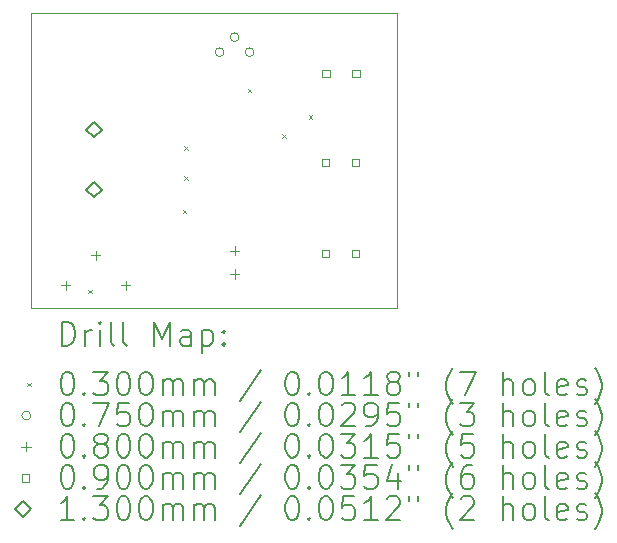
<source format=gbr>
%TF.GenerationSoftware,KiCad,Pcbnew,9.0.6*%
%TF.CreationDate,2025-11-19T17:00:09+08:00*%
%TF.ProjectId,LED-Dimmer,4c45442d-4469-46d6-9d65-722e6b696361,rev?*%
%TF.SameCoordinates,Original*%
%TF.FileFunction,Drillmap*%
%TF.FilePolarity,Positive*%
%FSLAX45Y45*%
G04 Gerber Fmt 4.5, Leading zero omitted, Abs format (unit mm)*
G04 Created by KiCad (PCBNEW 9.0.6) date 2025-11-19 17:00:09*
%MOMM*%
%LPD*%
G01*
G04 APERTURE LIST*
%ADD10C,0.050000*%
%ADD11C,0.200000*%
%ADD12C,0.100000*%
%ADD13C,0.130000*%
G04 APERTURE END LIST*
D10*
X22000000Y-7195000D02*
X25100000Y-7195000D01*
X25100000Y-9695000D01*
X22000000Y-9695000D01*
X22000000Y-7195000D01*
D11*
D12*
X22485000Y-9535000D02*
X22515000Y-9565000D01*
X22515000Y-9535000D02*
X22485000Y-9565000D01*
X23285000Y-8860000D02*
X23315000Y-8890000D01*
X23315000Y-8860000D02*
X23285000Y-8890000D01*
X23295000Y-8320000D02*
X23325000Y-8350000D01*
X23325000Y-8320000D02*
X23295000Y-8350000D01*
X23295000Y-8575000D02*
X23325000Y-8605000D01*
X23325000Y-8575000D02*
X23295000Y-8605000D01*
X23835000Y-7835000D02*
X23865000Y-7865000D01*
X23865000Y-7835000D02*
X23835000Y-7865000D01*
X24127500Y-8217500D02*
X24157500Y-8247500D01*
X24157500Y-8217500D02*
X24127500Y-8247500D01*
X24350000Y-8060000D02*
X24380000Y-8090000D01*
X24380000Y-8060000D02*
X24350000Y-8090000D01*
X23633500Y-7525000D02*
G75*
G02*
X23558500Y-7525000I-37500J0D01*
G01*
X23558500Y-7525000D02*
G75*
G02*
X23633500Y-7525000I37500J0D01*
G01*
X23760500Y-7398000D02*
G75*
G02*
X23685500Y-7398000I-37500J0D01*
G01*
X23685500Y-7398000D02*
G75*
G02*
X23760500Y-7398000I37500J0D01*
G01*
X23887500Y-7525000D02*
G75*
G02*
X23812500Y-7525000I-37500J0D01*
G01*
X23812500Y-7525000D02*
G75*
G02*
X23887500Y-7525000I37500J0D01*
G01*
X22292000Y-9460000D02*
X22292000Y-9540000D01*
X22252000Y-9500000D02*
X22332000Y-9500000D01*
X22546000Y-9206000D02*
X22546000Y-9286000D01*
X22506000Y-9246000D02*
X22586000Y-9246000D01*
X22800000Y-9460000D02*
X22800000Y-9540000D01*
X22760000Y-9500000D02*
X22840000Y-9500000D01*
X23723000Y-9164489D02*
X23723000Y-9244489D01*
X23683000Y-9204489D02*
X23763000Y-9204489D01*
X23723000Y-9364489D02*
X23723000Y-9444489D01*
X23683000Y-9404489D02*
X23763000Y-9404489D01*
X24522820Y-8492820D02*
X24522820Y-8429180D01*
X24459180Y-8429180D01*
X24459180Y-8492820D01*
X24522820Y-8492820D01*
X24522820Y-9259820D02*
X24522820Y-9196180D01*
X24459180Y-9196180D01*
X24459180Y-9259820D01*
X24522820Y-9259820D01*
X24527820Y-7736820D02*
X24527820Y-7673180D01*
X24464180Y-7673180D01*
X24464180Y-7736820D01*
X24527820Y-7736820D01*
X24776820Y-8492820D02*
X24776820Y-8429180D01*
X24713180Y-8429180D01*
X24713180Y-8492820D01*
X24776820Y-8492820D01*
X24776820Y-9259820D02*
X24776820Y-9196180D01*
X24713180Y-9196180D01*
X24713180Y-9259820D01*
X24776820Y-9259820D01*
X24781820Y-7736820D02*
X24781820Y-7673180D01*
X24718180Y-7673180D01*
X24718180Y-7736820D01*
X24781820Y-7736820D01*
D13*
X22532750Y-8245000D02*
X22597750Y-8180000D01*
X22532750Y-8115000D01*
X22467750Y-8180000D01*
X22532750Y-8245000D01*
X22532750Y-8753000D02*
X22597750Y-8688000D01*
X22532750Y-8623000D01*
X22467750Y-8688000D01*
X22532750Y-8753000D01*
D11*
X22258277Y-10008984D02*
X22258277Y-9808984D01*
X22258277Y-9808984D02*
X22305896Y-9808984D01*
X22305896Y-9808984D02*
X22334467Y-9818508D01*
X22334467Y-9818508D02*
X22353515Y-9837555D01*
X22353515Y-9837555D02*
X22363039Y-9856603D01*
X22363039Y-9856603D02*
X22372562Y-9894698D01*
X22372562Y-9894698D02*
X22372562Y-9923270D01*
X22372562Y-9923270D02*
X22363039Y-9961365D01*
X22363039Y-9961365D02*
X22353515Y-9980412D01*
X22353515Y-9980412D02*
X22334467Y-9999460D01*
X22334467Y-9999460D02*
X22305896Y-10008984D01*
X22305896Y-10008984D02*
X22258277Y-10008984D01*
X22458277Y-10008984D02*
X22458277Y-9875650D01*
X22458277Y-9913746D02*
X22467801Y-9894698D01*
X22467801Y-9894698D02*
X22477324Y-9885174D01*
X22477324Y-9885174D02*
X22496372Y-9875650D01*
X22496372Y-9875650D02*
X22515420Y-9875650D01*
X22582086Y-10008984D02*
X22582086Y-9875650D01*
X22582086Y-9808984D02*
X22572562Y-9818508D01*
X22572562Y-9818508D02*
X22582086Y-9828031D01*
X22582086Y-9828031D02*
X22591610Y-9818508D01*
X22591610Y-9818508D02*
X22582086Y-9808984D01*
X22582086Y-9808984D02*
X22582086Y-9828031D01*
X22705896Y-10008984D02*
X22686848Y-9999460D01*
X22686848Y-9999460D02*
X22677324Y-9980412D01*
X22677324Y-9980412D02*
X22677324Y-9808984D01*
X22810658Y-10008984D02*
X22791610Y-9999460D01*
X22791610Y-9999460D02*
X22782086Y-9980412D01*
X22782086Y-9980412D02*
X22782086Y-9808984D01*
X23039229Y-10008984D02*
X23039229Y-9808984D01*
X23039229Y-9808984D02*
X23105896Y-9951841D01*
X23105896Y-9951841D02*
X23172562Y-9808984D01*
X23172562Y-9808984D02*
X23172562Y-10008984D01*
X23353515Y-10008984D02*
X23353515Y-9904222D01*
X23353515Y-9904222D02*
X23343991Y-9885174D01*
X23343991Y-9885174D02*
X23324943Y-9875650D01*
X23324943Y-9875650D02*
X23286848Y-9875650D01*
X23286848Y-9875650D02*
X23267801Y-9885174D01*
X23353515Y-9999460D02*
X23334467Y-10008984D01*
X23334467Y-10008984D02*
X23286848Y-10008984D01*
X23286848Y-10008984D02*
X23267801Y-9999460D01*
X23267801Y-9999460D02*
X23258277Y-9980412D01*
X23258277Y-9980412D02*
X23258277Y-9961365D01*
X23258277Y-9961365D02*
X23267801Y-9942317D01*
X23267801Y-9942317D02*
X23286848Y-9932793D01*
X23286848Y-9932793D02*
X23334467Y-9932793D01*
X23334467Y-9932793D02*
X23353515Y-9923270D01*
X23448753Y-9875650D02*
X23448753Y-10075650D01*
X23448753Y-9885174D02*
X23467801Y-9875650D01*
X23467801Y-9875650D02*
X23505896Y-9875650D01*
X23505896Y-9875650D02*
X23524943Y-9885174D01*
X23524943Y-9885174D02*
X23534467Y-9894698D01*
X23534467Y-9894698D02*
X23543991Y-9913746D01*
X23543991Y-9913746D02*
X23543991Y-9970889D01*
X23543991Y-9970889D02*
X23534467Y-9989936D01*
X23534467Y-9989936D02*
X23524943Y-9999460D01*
X23524943Y-9999460D02*
X23505896Y-10008984D01*
X23505896Y-10008984D02*
X23467801Y-10008984D01*
X23467801Y-10008984D02*
X23448753Y-9999460D01*
X23629705Y-9989936D02*
X23639229Y-9999460D01*
X23639229Y-9999460D02*
X23629705Y-10008984D01*
X23629705Y-10008984D02*
X23620182Y-9999460D01*
X23620182Y-9999460D02*
X23629705Y-9989936D01*
X23629705Y-9989936D02*
X23629705Y-10008984D01*
X23629705Y-9885174D02*
X23639229Y-9894698D01*
X23639229Y-9894698D02*
X23629705Y-9904222D01*
X23629705Y-9904222D02*
X23620182Y-9894698D01*
X23620182Y-9894698D02*
X23629705Y-9885174D01*
X23629705Y-9885174D02*
X23629705Y-9904222D01*
D12*
X21967500Y-10322500D02*
X21997500Y-10352500D01*
X21997500Y-10322500D02*
X21967500Y-10352500D01*
D11*
X22296372Y-10228984D02*
X22315420Y-10228984D01*
X22315420Y-10228984D02*
X22334467Y-10238508D01*
X22334467Y-10238508D02*
X22343991Y-10248031D01*
X22343991Y-10248031D02*
X22353515Y-10267079D01*
X22353515Y-10267079D02*
X22363039Y-10305174D01*
X22363039Y-10305174D02*
X22363039Y-10352793D01*
X22363039Y-10352793D02*
X22353515Y-10390889D01*
X22353515Y-10390889D02*
X22343991Y-10409936D01*
X22343991Y-10409936D02*
X22334467Y-10419460D01*
X22334467Y-10419460D02*
X22315420Y-10428984D01*
X22315420Y-10428984D02*
X22296372Y-10428984D01*
X22296372Y-10428984D02*
X22277324Y-10419460D01*
X22277324Y-10419460D02*
X22267801Y-10409936D01*
X22267801Y-10409936D02*
X22258277Y-10390889D01*
X22258277Y-10390889D02*
X22248753Y-10352793D01*
X22248753Y-10352793D02*
X22248753Y-10305174D01*
X22248753Y-10305174D02*
X22258277Y-10267079D01*
X22258277Y-10267079D02*
X22267801Y-10248031D01*
X22267801Y-10248031D02*
X22277324Y-10238508D01*
X22277324Y-10238508D02*
X22296372Y-10228984D01*
X22448753Y-10409936D02*
X22458277Y-10419460D01*
X22458277Y-10419460D02*
X22448753Y-10428984D01*
X22448753Y-10428984D02*
X22439229Y-10419460D01*
X22439229Y-10419460D02*
X22448753Y-10409936D01*
X22448753Y-10409936D02*
X22448753Y-10428984D01*
X22524943Y-10228984D02*
X22648753Y-10228984D01*
X22648753Y-10228984D02*
X22582086Y-10305174D01*
X22582086Y-10305174D02*
X22610658Y-10305174D01*
X22610658Y-10305174D02*
X22629705Y-10314698D01*
X22629705Y-10314698D02*
X22639229Y-10324222D01*
X22639229Y-10324222D02*
X22648753Y-10343270D01*
X22648753Y-10343270D02*
X22648753Y-10390889D01*
X22648753Y-10390889D02*
X22639229Y-10409936D01*
X22639229Y-10409936D02*
X22629705Y-10419460D01*
X22629705Y-10419460D02*
X22610658Y-10428984D01*
X22610658Y-10428984D02*
X22553515Y-10428984D01*
X22553515Y-10428984D02*
X22534467Y-10419460D01*
X22534467Y-10419460D02*
X22524943Y-10409936D01*
X22772562Y-10228984D02*
X22791610Y-10228984D01*
X22791610Y-10228984D02*
X22810658Y-10238508D01*
X22810658Y-10238508D02*
X22820182Y-10248031D01*
X22820182Y-10248031D02*
X22829705Y-10267079D01*
X22829705Y-10267079D02*
X22839229Y-10305174D01*
X22839229Y-10305174D02*
X22839229Y-10352793D01*
X22839229Y-10352793D02*
X22829705Y-10390889D01*
X22829705Y-10390889D02*
X22820182Y-10409936D01*
X22820182Y-10409936D02*
X22810658Y-10419460D01*
X22810658Y-10419460D02*
X22791610Y-10428984D01*
X22791610Y-10428984D02*
X22772562Y-10428984D01*
X22772562Y-10428984D02*
X22753515Y-10419460D01*
X22753515Y-10419460D02*
X22743991Y-10409936D01*
X22743991Y-10409936D02*
X22734467Y-10390889D01*
X22734467Y-10390889D02*
X22724943Y-10352793D01*
X22724943Y-10352793D02*
X22724943Y-10305174D01*
X22724943Y-10305174D02*
X22734467Y-10267079D01*
X22734467Y-10267079D02*
X22743991Y-10248031D01*
X22743991Y-10248031D02*
X22753515Y-10238508D01*
X22753515Y-10238508D02*
X22772562Y-10228984D01*
X22963039Y-10228984D02*
X22982086Y-10228984D01*
X22982086Y-10228984D02*
X23001134Y-10238508D01*
X23001134Y-10238508D02*
X23010658Y-10248031D01*
X23010658Y-10248031D02*
X23020182Y-10267079D01*
X23020182Y-10267079D02*
X23029705Y-10305174D01*
X23029705Y-10305174D02*
X23029705Y-10352793D01*
X23029705Y-10352793D02*
X23020182Y-10390889D01*
X23020182Y-10390889D02*
X23010658Y-10409936D01*
X23010658Y-10409936D02*
X23001134Y-10419460D01*
X23001134Y-10419460D02*
X22982086Y-10428984D01*
X22982086Y-10428984D02*
X22963039Y-10428984D01*
X22963039Y-10428984D02*
X22943991Y-10419460D01*
X22943991Y-10419460D02*
X22934467Y-10409936D01*
X22934467Y-10409936D02*
X22924943Y-10390889D01*
X22924943Y-10390889D02*
X22915420Y-10352793D01*
X22915420Y-10352793D02*
X22915420Y-10305174D01*
X22915420Y-10305174D02*
X22924943Y-10267079D01*
X22924943Y-10267079D02*
X22934467Y-10248031D01*
X22934467Y-10248031D02*
X22943991Y-10238508D01*
X22943991Y-10238508D02*
X22963039Y-10228984D01*
X23115420Y-10428984D02*
X23115420Y-10295650D01*
X23115420Y-10314698D02*
X23124943Y-10305174D01*
X23124943Y-10305174D02*
X23143991Y-10295650D01*
X23143991Y-10295650D02*
X23172563Y-10295650D01*
X23172563Y-10295650D02*
X23191610Y-10305174D01*
X23191610Y-10305174D02*
X23201134Y-10324222D01*
X23201134Y-10324222D02*
X23201134Y-10428984D01*
X23201134Y-10324222D02*
X23210658Y-10305174D01*
X23210658Y-10305174D02*
X23229705Y-10295650D01*
X23229705Y-10295650D02*
X23258277Y-10295650D01*
X23258277Y-10295650D02*
X23277324Y-10305174D01*
X23277324Y-10305174D02*
X23286848Y-10324222D01*
X23286848Y-10324222D02*
X23286848Y-10428984D01*
X23382086Y-10428984D02*
X23382086Y-10295650D01*
X23382086Y-10314698D02*
X23391610Y-10305174D01*
X23391610Y-10305174D02*
X23410658Y-10295650D01*
X23410658Y-10295650D02*
X23439229Y-10295650D01*
X23439229Y-10295650D02*
X23458277Y-10305174D01*
X23458277Y-10305174D02*
X23467801Y-10324222D01*
X23467801Y-10324222D02*
X23467801Y-10428984D01*
X23467801Y-10324222D02*
X23477324Y-10305174D01*
X23477324Y-10305174D02*
X23496372Y-10295650D01*
X23496372Y-10295650D02*
X23524943Y-10295650D01*
X23524943Y-10295650D02*
X23543991Y-10305174D01*
X23543991Y-10305174D02*
X23553515Y-10324222D01*
X23553515Y-10324222D02*
X23553515Y-10428984D01*
X23943991Y-10219460D02*
X23772563Y-10476603D01*
X24201134Y-10228984D02*
X24220182Y-10228984D01*
X24220182Y-10228984D02*
X24239229Y-10238508D01*
X24239229Y-10238508D02*
X24248753Y-10248031D01*
X24248753Y-10248031D02*
X24258277Y-10267079D01*
X24258277Y-10267079D02*
X24267801Y-10305174D01*
X24267801Y-10305174D02*
X24267801Y-10352793D01*
X24267801Y-10352793D02*
X24258277Y-10390889D01*
X24258277Y-10390889D02*
X24248753Y-10409936D01*
X24248753Y-10409936D02*
X24239229Y-10419460D01*
X24239229Y-10419460D02*
X24220182Y-10428984D01*
X24220182Y-10428984D02*
X24201134Y-10428984D01*
X24201134Y-10428984D02*
X24182086Y-10419460D01*
X24182086Y-10419460D02*
X24172563Y-10409936D01*
X24172563Y-10409936D02*
X24163039Y-10390889D01*
X24163039Y-10390889D02*
X24153515Y-10352793D01*
X24153515Y-10352793D02*
X24153515Y-10305174D01*
X24153515Y-10305174D02*
X24163039Y-10267079D01*
X24163039Y-10267079D02*
X24172563Y-10248031D01*
X24172563Y-10248031D02*
X24182086Y-10238508D01*
X24182086Y-10238508D02*
X24201134Y-10228984D01*
X24353515Y-10409936D02*
X24363039Y-10419460D01*
X24363039Y-10419460D02*
X24353515Y-10428984D01*
X24353515Y-10428984D02*
X24343991Y-10419460D01*
X24343991Y-10419460D02*
X24353515Y-10409936D01*
X24353515Y-10409936D02*
X24353515Y-10428984D01*
X24486848Y-10228984D02*
X24505896Y-10228984D01*
X24505896Y-10228984D02*
X24524944Y-10238508D01*
X24524944Y-10238508D02*
X24534467Y-10248031D01*
X24534467Y-10248031D02*
X24543991Y-10267079D01*
X24543991Y-10267079D02*
X24553515Y-10305174D01*
X24553515Y-10305174D02*
X24553515Y-10352793D01*
X24553515Y-10352793D02*
X24543991Y-10390889D01*
X24543991Y-10390889D02*
X24534467Y-10409936D01*
X24534467Y-10409936D02*
X24524944Y-10419460D01*
X24524944Y-10419460D02*
X24505896Y-10428984D01*
X24505896Y-10428984D02*
X24486848Y-10428984D01*
X24486848Y-10428984D02*
X24467801Y-10419460D01*
X24467801Y-10419460D02*
X24458277Y-10409936D01*
X24458277Y-10409936D02*
X24448753Y-10390889D01*
X24448753Y-10390889D02*
X24439229Y-10352793D01*
X24439229Y-10352793D02*
X24439229Y-10305174D01*
X24439229Y-10305174D02*
X24448753Y-10267079D01*
X24448753Y-10267079D02*
X24458277Y-10248031D01*
X24458277Y-10248031D02*
X24467801Y-10238508D01*
X24467801Y-10238508D02*
X24486848Y-10228984D01*
X24743991Y-10428984D02*
X24629706Y-10428984D01*
X24686848Y-10428984D02*
X24686848Y-10228984D01*
X24686848Y-10228984D02*
X24667801Y-10257555D01*
X24667801Y-10257555D02*
X24648753Y-10276603D01*
X24648753Y-10276603D02*
X24629706Y-10286127D01*
X24934467Y-10428984D02*
X24820182Y-10428984D01*
X24877325Y-10428984D02*
X24877325Y-10228984D01*
X24877325Y-10228984D02*
X24858277Y-10257555D01*
X24858277Y-10257555D02*
X24839229Y-10276603D01*
X24839229Y-10276603D02*
X24820182Y-10286127D01*
X25048753Y-10314698D02*
X25029706Y-10305174D01*
X25029706Y-10305174D02*
X25020182Y-10295650D01*
X25020182Y-10295650D02*
X25010658Y-10276603D01*
X25010658Y-10276603D02*
X25010658Y-10267079D01*
X25010658Y-10267079D02*
X25020182Y-10248031D01*
X25020182Y-10248031D02*
X25029706Y-10238508D01*
X25029706Y-10238508D02*
X25048753Y-10228984D01*
X25048753Y-10228984D02*
X25086848Y-10228984D01*
X25086848Y-10228984D02*
X25105896Y-10238508D01*
X25105896Y-10238508D02*
X25115420Y-10248031D01*
X25115420Y-10248031D02*
X25124944Y-10267079D01*
X25124944Y-10267079D02*
X25124944Y-10276603D01*
X25124944Y-10276603D02*
X25115420Y-10295650D01*
X25115420Y-10295650D02*
X25105896Y-10305174D01*
X25105896Y-10305174D02*
X25086848Y-10314698D01*
X25086848Y-10314698D02*
X25048753Y-10314698D01*
X25048753Y-10314698D02*
X25029706Y-10324222D01*
X25029706Y-10324222D02*
X25020182Y-10333746D01*
X25020182Y-10333746D02*
X25010658Y-10352793D01*
X25010658Y-10352793D02*
X25010658Y-10390889D01*
X25010658Y-10390889D02*
X25020182Y-10409936D01*
X25020182Y-10409936D02*
X25029706Y-10419460D01*
X25029706Y-10419460D02*
X25048753Y-10428984D01*
X25048753Y-10428984D02*
X25086848Y-10428984D01*
X25086848Y-10428984D02*
X25105896Y-10419460D01*
X25105896Y-10419460D02*
X25115420Y-10409936D01*
X25115420Y-10409936D02*
X25124944Y-10390889D01*
X25124944Y-10390889D02*
X25124944Y-10352793D01*
X25124944Y-10352793D02*
X25115420Y-10333746D01*
X25115420Y-10333746D02*
X25105896Y-10324222D01*
X25105896Y-10324222D02*
X25086848Y-10314698D01*
X25201134Y-10228984D02*
X25201134Y-10267079D01*
X25277325Y-10228984D02*
X25277325Y-10267079D01*
X25572563Y-10505174D02*
X25563039Y-10495650D01*
X25563039Y-10495650D02*
X25543991Y-10467079D01*
X25543991Y-10467079D02*
X25534468Y-10448031D01*
X25534468Y-10448031D02*
X25524944Y-10419460D01*
X25524944Y-10419460D02*
X25515420Y-10371841D01*
X25515420Y-10371841D02*
X25515420Y-10333746D01*
X25515420Y-10333746D02*
X25524944Y-10286127D01*
X25524944Y-10286127D02*
X25534468Y-10257555D01*
X25534468Y-10257555D02*
X25543991Y-10238508D01*
X25543991Y-10238508D02*
X25563039Y-10209936D01*
X25563039Y-10209936D02*
X25572563Y-10200412D01*
X25629706Y-10228984D02*
X25763039Y-10228984D01*
X25763039Y-10228984D02*
X25677325Y-10428984D01*
X25991610Y-10428984D02*
X25991610Y-10228984D01*
X26077325Y-10428984D02*
X26077325Y-10324222D01*
X26077325Y-10324222D02*
X26067801Y-10305174D01*
X26067801Y-10305174D02*
X26048753Y-10295650D01*
X26048753Y-10295650D02*
X26020182Y-10295650D01*
X26020182Y-10295650D02*
X26001134Y-10305174D01*
X26001134Y-10305174D02*
X25991610Y-10314698D01*
X26201134Y-10428984D02*
X26182087Y-10419460D01*
X26182087Y-10419460D02*
X26172563Y-10409936D01*
X26172563Y-10409936D02*
X26163039Y-10390889D01*
X26163039Y-10390889D02*
X26163039Y-10333746D01*
X26163039Y-10333746D02*
X26172563Y-10314698D01*
X26172563Y-10314698D02*
X26182087Y-10305174D01*
X26182087Y-10305174D02*
X26201134Y-10295650D01*
X26201134Y-10295650D02*
X26229706Y-10295650D01*
X26229706Y-10295650D02*
X26248753Y-10305174D01*
X26248753Y-10305174D02*
X26258277Y-10314698D01*
X26258277Y-10314698D02*
X26267801Y-10333746D01*
X26267801Y-10333746D02*
X26267801Y-10390889D01*
X26267801Y-10390889D02*
X26258277Y-10409936D01*
X26258277Y-10409936D02*
X26248753Y-10419460D01*
X26248753Y-10419460D02*
X26229706Y-10428984D01*
X26229706Y-10428984D02*
X26201134Y-10428984D01*
X26382087Y-10428984D02*
X26363039Y-10419460D01*
X26363039Y-10419460D02*
X26353515Y-10400412D01*
X26353515Y-10400412D02*
X26353515Y-10228984D01*
X26534468Y-10419460D02*
X26515420Y-10428984D01*
X26515420Y-10428984D02*
X26477325Y-10428984D01*
X26477325Y-10428984D02*
X26458277Y-10419460D01*
X26458277Y-10419460D02*
X26448753Y-10400412D01*
X26448753Y-10400412D02*
X26448753Y-10324222D01*
X26448753Y-10324222D02*
X26458277Y-10305174D01*
X26458277Y-10305174D02*
X26477325Y-10295650D01*
X26477325Y-10295650D02*
X26515420Y-10295650D01*
X26515420Y-10295650D02*
X26534468Y-10305174D01*
X26534468Y-10305174D02*
X26543991Y-10324222D01*
X26543991Y-10324222D02*
X26543991Y-10343270D01*
X26543991Y-10343270D02*
X26448753Y-10362317D01*
X26620182Y-10419460D02*
X26639230Y-10428984D01*
X26639230Y-10428984D02*
X26677325Y-10428984D01*
X26677325Y-10428984D02*
X26696372Y-10419460D01*
X26696372Y-10419460D02*
X26705896Y-10400412D01*
X26705896Y-10400412D02*
X26705896Y-10390889D01*
X26705896Y-10390889D02*
X26696372Y-10371841D01*
X26696372Y-10371841D02*
X26677325Y-10362317D01*
X26677325Y-10362317D02*
X26648753Y-10362317D01*
X26648753Y-10362317D02*
X26629706Y-10352793D01*
X26629706Y-10352793D02*
X26620182Y-10333746D01*
X26620182Y-10333746D02*
X26620182Y-10324222D01*
X26620182Y-10324222D02*
X26629706Y-10305174D01*
X26629706Y-10305174D02*
X26648753Y-10295650D01*
X26648753Y-10295650D02*
X26677325Y-10295650D01*
X26677325Y-10295650D02*
X26696372Y-10305174D01*
X26772563Y-10505174D02*
X26782087Y-10495650D01*
X26782087Y-10495650D02*
X26801134Y-10467079D01*
X26801134Y-10467079D02*
X26810658Y-10448031D01*
X26810658Y-10448031D02*
X26820182Y-10419460D01*
X26820182Y-10419460D02*
X26829706Y-10371841D01*
X26829706Y-10371841D02*
X26829706Y-10333746D01*
X26829706Y-10333746D02*
X26820182Y-10286127D01*
X26820182Y-10286127D02*
X26810658Y-10257555D01*
X26810658Y-10257555D02*
X26801134Y-10238508D01*
X26801134Y-10238508D02*
X26782087Y-10209936D01*
X26782087Y-10209936D02*
X26772563Y-10200412D01*
D12*
X21997500Y-10601500D02*
G75*
G02*
X21922500Y-10601500I-37500J0D01*
G01*
X21922500Y-10601500D02*
G75*
G02*
X21997500Y-10601500I37500J0D01*
G01*
D11*
X22296372Y-10492984D02*
X22315420Y-10492984D01*
X22315420Y-10492984D02*
X22334467Y-10502508D01*
X22334467Y-10502508D02*
X22343991Y-10512031D01*
X22343991Y-10512031D02*
X22353515Y-10531079D01*
X22353515Y-10531079D02*
X22363039Y-10569174D01*
X22363039Y-10569174D02*
X22363039Y-10616793D01*
X22363039Y-10616793D02*
X22353515Y-10654889D01*
X22353515Y-10654889D02*
X22343991Y-10673936D01*
X22343991Y-10673936D02*
X22334467Y-10683460D01*
X22334467Y-10683460D02*
X22315420Y-10692984D01*
X22315420Y-10692984D02*
X22296372Y-10692984D01*
X22296372Y-10692984D02*
X22277324Y-10683460D01*
X22277324Y-10683460D02*
X22267801Y-10673936D01*
X22267801Y-10673936D02*
X22258277Y-10654889D01*
X22258277Y-10654889D02*
X22248753Y-10616793D01*
X22248753Y-10616793D02*
X22248753Y-10569174D01*
X22248753Y-10569174D02*
X22258277Y-10531079D01*
X22258277Y-10531079D02*
X22267801Y-10512031D01*
X22267801Y-10512031D02*
X22277324Y-10502508D01*
X22277324Y-10502508D02*
X22296372Y-10492984D01*
X22448753Y-10673936D02*
X22458277Y-10683460D01*
X22458277Y-10683460D02*
X22448753Y-10692984D01*
X22448753Y-10692984D02*
X22439229Y-10683460D01*
X22439229Y-10683460D02*
X22448753Y-10673936D01*
X22448753Y-10673936D02*
X22448753Y-10692984D01*
X22524943Y-10492984D02*
X22658277Y-10492984D01*
X22658277Y-10492984D02*
X22572562Y-10692984D01*
X22829705Y-10492984D02*
X22734467Y-10492984D01*
X22734467Y-10492984D02*
X22724943Y-10588222D01*
X22724943Y-10588222D02*
X22734467Y-10578698D01*
X22734467Y-10578698D02*
X22753515Y-10569174D01*
X22753515Y-10569174D02*
X22801134Y-10569174D01*
X22801134Y-10569174D02*
X22820182Y-10578698D01*
X22820182Y-10578698D02*
X22829705Y-10588222D01*
X22829705Y-10588222D02*
X22839229Y-10607270D01*
X22839229Y-10607270D02*
X22839229Y-10654889D01*
X22839229Y-10654889D02*
X22829705Y-10673936D01*
X22829705Y-10673936D02*
X22820182Y-10683460D01*
X22820182Y-10683460D02*
X22801134Y-10692984D01*
X22801134Y-10692984D02*
X22753515Y-10692984D01*
X22753515Y-10692984D02*
X22734467Y-10683460D01*
X22734467Y-10683460D02*
X22724943Y-10673936D01*
X22963039Y-10492984D02*
X22982086Y-10492984D01*
X22982086Y-10492984D02*
X23001134Y-10502508D01*
X23001134Y-10502508D02*
X23010658Y-10512031D01*
X23010658Y-10512031D02*
X23020182Y-10531079D01*
X23020182Y-10531079D02*
X23029705Y-10569174D01*
X23029705Y-10569174D02*
X23029705Y-10616793D01*
X23029705Y-10616793D02*
X23020182Y-10654889D01*
X23020182Y-10654889D02*
X23010658Y-10673936D01*
X23010658Y-10673936D02*
X23001134Y-10683460D01*
X23001134Y-10683460D02*
X22982086Y-10692984D01*
X22982086Y-10692984D02*
X22963039Y-10692984D01*
X22963039Y-10692984D02*
X22943991Y-10683460D01*
X22943991Y-10683460D02*
X22934467Y-10673936D01*
X22934467Y-10673936D02*
X22924943Y-10654889D01*
X22924943Y-10654889D02*
X22915420Y-10616793D01*
X22915420Y-10616793D02*
X22915420Y-10569174D01*
X22915420Y-10569174D02*
X22924943Y-10531079D01*
X22924943Y-10531079D02*
X22934467Y-10512031D01*
X22934467Y-10512031D02*
X22943991Y-10502508D01*
X22943991Y-10502508D02*
X22963039Y-10492984D01*
X23115420Y-10692984D02*
X23115420Y-10559650D01*
X23115420Y-10578698D02*
X23124943Y-10569174D01*
X23124943Y-10569174D02*
X23143991Y-10559650D01*
X23143991Y-10559650D02*
X23172563Y-10559650D01*
X23172563Y-10559650D02*
X23191610Y-10569174D01*
X23191610Y-10569174D02*
X23201134Y-10588222D01*
X23201134Y-10588222D02*
X23201134Y-10692984D01*
X23201134Y-10588222D02*
X23210658Y-10569174D01*
X23210658Y-10569174D02*
X23229705Y-10559650D01*
X23229705Y-10559650D02*
X23258277Y-10559650D01*
X23258277Y-10559650D02*
X23277324Y-10569174D01*
X23277324Y-10569174D02*
X23286848Y-10588222D01*
X23286848Y-10588222D02*
X23286848Y-10692984D01*
X23382086Y-10692984D02*
X23382086Y-10559650D01*
X23382086Y-10578698D02*
X23391610Y-10569174D01*
X23391610Y-10569174D02*
X23410658Y-10559650D01*
X23410658Y-10559650D02*
X23439229Y-10559650D01*
X23439229Y-10559650D02*
X23458277Y-10569174D01*
X23458277Y-10569174D02*
X23467801Y-10588222D01*
X23467801Y-10588222D02*
X23467801Y-10692984D01*
X23467801Y-10588222D02*
X23477324Y-10569174D01*
X23477324Y-10569174D02*
X23496372Y-10559650D01*
X23496372Y-10559650D02*
X23524943Y-10559650D01*
X23524943Y-10559650D02*
X23543991Y-10569174D01*
X23543991Y-10569174D02*
X23553515Y-10588222D01*
X23553515Y-10588222D02*
X23553515Y-10692984D01*
X23943991Y-10483460D02*
X23772563Y-10740603D01*
X24201134Y-10492984D02*
X24220182Y-10492984D01*
X24220182Y-10492984D02*
X24239229Y-10502508D01*
X24239229Y-10502508D02*
X24248753Y-10512031D01*
X24248753Y-10512031D02*
X24258277Y-10531079D01*
X24258277Y-10531079D02*
X24267801Y-10569174D01*
X24267801Y-10569174D02*
X24267801Y-10616793D01*
X24267801Y-10616793D02*
X24258277Y-10654889D01*
X24258277Y-10654889D02*
X24248753Y-10673936D01*
X24248753Y-10673936D02*
X24239229Y-10683460D01*
X24239229Y-10683460D02*
X24220182Y-10692984D01*
X24220182Y-10692984D02*
X24201134Y-10692984D01*
X24201134Y-10692984D02*
X24182086Y-10683460D01*
X24182086Y-10683460D02*
X24172563Y-10673936D01*
X24172563Y-10673936D02*
X24163039Y-10654889D01*
X24163039Y-10654889D02*
X24153515Y-10616793D01*
X24153515Y-10616793D02*
X24153515Y-10569174D01*
X24153515Y-10569174D02*
X24163039Y-10531079D01*
X24163039Y-10531079D02*
X24172563Y-10512031D01*
X24172563Y-10512031D02*
X24182086Y-10502508D01*
X24182086Y-10502508D02*
X24201134Y-10492984D01*
X24353515Y-10673936D02*
X24363039Y-10683460D01*
X24363039Y-10683460D02*
X24353515Y-10692984D01*
X24353515Y-10692984D02*
X24343991Y-10683460D01*
X24343991Y-10683460D02*
X24353515Y-10673936D01*
X24353515Y-10673936D02*
X24353515Y-10692984D01*
X24486848Y-10492984D02*
X24505896Y-10492984D01*
X24505896Y-10492984D02*
X24524944Y-10502508D01*
X24524944Y-10502508D02*
X24534467Y-10512031D01*
X24534467Y-10512031D02*
X24543991Y-10531079D01*
X24543991Y-10531079D02*
X24553515Y-10569174D01*
X24553515Y-10569174D02*
X24553515Y-10616793D01*
X24553515Y-10616793D02*
X24543991Y-10654889D01*
X24543991Y-10654889D02*
X24534467Y-10673936D01*
X24534467Y-10673936D02*
X24524944Y-10683460D01*
X24524944Y-10683460D02*
X24505896Y-10692984D01*
X24505896Y-10692984D02*
X24486848Y-10692984D01*
X24486848Y-10692984D02*
X24467801Y-10683460D01*
X24467801Y-10683460D02*
X24458277Y-10673936D01*
X24458277Y-10673936D02*
X24448753Y-10654889D01*
X24448753Y-10654889D02*
X24439229Y-10616793D01*
X24439229Y-10616793D02*
X24439229Y-10569174D01*
X24439229Y-10569174D02*
X24448753Y-10531079D01*
X24448753Y-10531079D02*
X24458277Y-10512031D01*
X24458277Y-10512031D02*
X24467801Y-10502508D01*
X24467801Y-10502508D02*
X24486848Y-10492984D01*
X24629706Y-10512031D02*
X24639229Y-10502508D01*
X24639229Y-10502508D02*
X24658277Y-10492984D01*
X24658277Y-10492984D02*
X24705896Y-10492984D01*
X24705896Y-10492984D02*
X24724944Y-10502508D01*
X24724944Y-10502508D02*
X24734467Y-10512031D01*
X24734467Y-10512031D02*
X24743991Y-10531079D01*
X24743991Y-10531079D02*
X24743991Y-10550127D01*
X24743991Y-10550127D02*
X24734467Y-10578698D01*
X24734467Y-10578698D02*
X24620182Y-10692984D01*
X24620182Y-10692984D02*
X24743991Y-10692984D01*
X24839229Y-10692984D02*
X24877325Y-10692984D01*
X24877325Y-10692984D02*
X24896372Y-10683460D01*
X24896372Y-10683460D02*
X24905896Y-10673936D01*
X24905896Y-10673936D02*
X24924944Y-10645365D01*
X24924944Y-10645365D02*
X24934467Y-10607270D01*
X24934467Y-10607270D02*
X24934467Y-10531079D01*
X24934467Y-10531079D02*
X24924944Y-10512031D01*
X24924944Y-10512031D02*
X24915420Y-10502508D01*
X24915420Y-10502508D02*
X24896372Y-10492984D01*
X24896372Y-10492984D02*
X24858277Y-10492984D01*
X24858277Y-10492984D02*
X24839229Y-10502508D01*
X24839229Y-10502508D02*
X24829706Y-10512031D01*
X24829706Y-10512031D02*
X24820182Y-10531079D01*
X24820182Y-10531079D02*
X24820182Y-10578698D01*
X24820182Y-10578698D02*
X24829706Y-10597746D01*
X24829706Y-10597746D02*
X24839229Y-10607270D01*
X24839229Y-10607270D02*
X24858277Y-10616793D01*
X24858277Y-10616793D02*
X24896372Y-10616793D01*
X24896372Y-10616793D02*
X24915420Y-10607270D01*
X24915420Y-10607270D02*
X24924944Y-10597746D01*
X24924944Y-10597746D02*
X24934467Y-10578698D01*
X25115420Y-10492984D02*
X25020182Y-10492984D01*
X25020182Y-10492984D02*
X25010658Y-10588222D01*
X25010658Y-10588222D02*
X25020182Y-10578698D01*
X25020182Y-10578698D02*
X25039229Y-10569174D01*
X25039229Y-10569174D02*
X25086848Y-10569174D01*
X25086848Y-10569174D02*
X25105896Y-10578698D01*
X25105896Y-10578698D02*
X25115420Y-10588222D01*
X25115420Y-10588222D02*
X25124944Y-10607270D01*
X25124944Y-10607270D02*
X25124944Y-10654889D01*
X25124944Y-10654889D02*
X25115420Y-10673936D01*
X25115420Y-10673936D02*
X25105896Y-10683460D01*
X25105896Y-10683460D02*
X25086848Y-10692984D01*
X25086848Y-10692984D02*
X25039229Y-10692984D01*
X25039229Y-10692984D02*
X25020182Y-10683460D01*
X25020182Y-10683460D02*
X25010658Y-10673936D01*
X25201134Y-10492984D02*
X25201134Y-10531079D01*
X25277325Y-10492984D02*
X25277325Y-10531079D01*
X25572563Y-10769174D02*
X25563039Y-10759650D01*
X25563039Y-10759650D02*
X25543991Y-10731079D01*
X25543991Y-10731079D02*
X25534468Y-10712031D01*
X25534468Y-10712031D02*
X25524944Y-10683460D01*
X25524944Y-10683460D02*
X25515420Y-10635841D01*
X25515420Y-10635841D02*
X25515420Y-10597746D01*
X25515420Y-10597746D02*
X25524944Y-10550127D01*
X25524944Y-10550127D02*
X25534468Y-10521555D01*
X25534468Y-10521555D02*
X25543991Y-10502508D01*
X25543991Y-10502508D02*
X25563039Y-10473936D01*
X25563039Y-10473936D02*
X25572563Y-10464412D01*
X25629706Y-10492984D02*
X25753515Y-10492984D01*
X25753515Y-10492984D02*
X25686848Y-10569174D01*
X25686848Y-10569174D02*
X25715420Y-10569174D01*
X25715420Y-10569174D02*
X25734468Y-10578698D01*
X25734468Y-10578698D02*
X25743991Y-10588222D01*
X25743991Y-10588222D02*
X25753515Y-10607270D01*
X25753515Y-10607270D02*
X25753515Y-10654889D01*
X25753515Y-10654889D02*
X25743991Y-10673936D01*
X25743991Y-10673936D02*
X25734468Y-10683460D01*
X25734468Y-10683460D02*
X25715420Y-10692984D01*
X25715420Y-10692984D02*
X25658277Y-10692984D01*
X25658277Y-10692984D02*
X25639229Y-10683460D01*
X25639229Y-10683460D02*
X25629706Y-10673936D01*
X25991610Y-10692984D02*
X25991610Y-10492984D01*
X26077325Y-10692984D02*
X26077325Y-10588222D01*
X26077325Y-10588222D02*
X26067801Y-10569174D01*
X26067801Y-10569174D02*
X26048753Y-10559650D01*
X26048753Y-10559650D02*
X26020182Y-10559650D01*
X26020182Y-10559650D02*
X26001134Y-10569174D01*
X26001134Y-10569174D02*
X25991610Y-10578698D01*
X26201134Y-10692984D02*
X26182087Y-10683460D01*
X26182087Y-10683460D02*
X26172563Y-10673936D01*
X26172563Y-10673936D02*
X26163039Y-10654889D01*
X26163039Y-10654889D02*
X26163039Y-10597746D01*
X26163039Y-10597746D02*
X26172563Y-10578698D01*
X26172563Y-10578698D02*
X26182087Y-10569174D01*
X26182087Y-10569174D02*
X26201134Y-10559650D01*
X26201134Y-10559650D02*
X26229706Y-10559650D01*
X26229706Y-10559650D02*
X26248753Y-10569174D01*
X26248753Y-10569174D02*
X26258277Y-10578698D01*
X26258277Y-10578698D02*
X26267801Y-10597746D01*
X26267801Y-10597746D02*
X26267801Y-10654889D01*
X26267801Y-10654889D02*
X26258277Y-10673936D01*
X26258277Y-10673936D02*
X26248753Y-10683460D01*
X26248753Y-10683460D02*
X26229706Y-10692984D01*
X26229706Y-10692984D02*
X26201134Y-10692984D01*
X26382087Y-10692984D02*
X26363039Y-10683460D01*
X26363039Y-10683460D02*
X26353515Y-10664412D01*
X26353515Y-10664412D02*
X26353515Y-10492984D01*
X26534468Y-10683460D02*
X26515420Y-10692984D01*
X26515420Y-10692984D02*
X26477325Y-10692984D01*
X26477325Y-10692984D02*
X26458277Y-10683460D01*
X26458277Y-10683460D02*
X26448753Y-10664412D01*
X26448753Y-10664412D02*
X26448753Y-10588222D01*
X26448753Y-10588222D02*
X26458277Y-10569174D01*
X26458277Y-10569174D02*
X26477325Y-10559650D01*
X26477325Y-10559650D02*
X26515420Y-10559650D01*
X26515420Y-10559650D02*
X26534468Y-10569174D01*
X26534468Y-10569174D02*
X26543991Y-10588222D01*
X26543991Y-10588222D02*
X26543991Y-10607270D01*
X26543991Y-10607270D02*
X26448753Y-10626317D01*
X26620182Y-10683460D02*
X26639230Y-10692984D01*
X26639230Y-10692984D02*
X26677325Y-10692984D01*
X26677325Y-10692984D02*
X26696372Y-10683460D01*
X26696372Y-10683460D02*
X26705896Y-10664412D01*
X26705896Y-10664412D02*
X26705896Y-10654889D01*
X26705896Y-10654889D02*
X26696372Y-10635841D01*
X26696372Y-10635841D02*
X26677325Y-10626317D01*
X26677325Y-10626317D02*
X26648753Y-10626317D01*
X26648753Y-10626317D02*
X26629706Y-10616793D01*
X26629706Y-10616793D02*
X26620182Y-10597746D01*
X26620182Y-10597746D02*
X26620182Y-10588222D01*
X26620182Y-10588222D02*
X26629706Y-10569174D01*
X26629706Y-10569174D02*
X26648753Y-10559650D01*
X26648753Y-10559650D02*
X26677325Y-10559650D01*
X26677325Y-10559650D02*
X26696372Y-10569174D01*
X26772563Y-10769174D02*
X26782087Y-10759650D01*
X26782087Y-10759650D02*
X26801134Y-10731079D01*
X26801134Y-10731079D02*
X26810658Y-10712031D01*
X26810658Y-10712031D02*
X26820182Y-10683460D01*
X26820182Y-10683460D02*
X26829706Y-10635841D01*
X26829706Y-10635841D02*
X26829706Y-10597746D01*
X26829706Y-10597746D02*
X26820182Y-10550127D01*
X26820182Y-10550127D02*
X26810658Y-10521555D01*
X26810658Y-10521555D02*
X26801134Y-10502508D01*
X26801134Y-10502508D02*
X26782087Y-10473936D01*
X26782087Y-10473936D02*
X26772563Y-10464412D01*
D12*
X21957500Y-10825500D02*
X21957500Y-10905500D01*
X21917500Y-10865500D02*
X21997500Y-10865500D01*
D11*
X22296372Y-10756984D02*
X22315420Y-10756984D01*
X22315420Y-10756984D02*
X22334467Y-10766508D01*
X22334467Y-10766508D02*
X22343991Y-10776031D01*
X22343991Y-10776031D02*
X22353515Y-10795079D01*
X22353515Y-10795079D02*
X22363039Y-10833174D01*
X22363039Y-10833174D02*
X22363039Y-10880793D01*
X22363039Y-10880793D02*
X22353515Y-10918889D01*
X22353515Y-10918889D02*
X22343991Y-10937936D01*
X22343991Y-10937936D02*
X22334467Y-10947460D01*
X22334467Y-10947460D02*
X22315420Y-10956984D01*
X22315420Y-10956984D02*
X22296372Y-10956984D01*
X22296372Y-10956984D02*
X22277324Y-10947460D01*
X22277324Y-10947460D02*
X22267801Y-10937936D01*
X22267801Y-10937936D02*
X22258277Y-10918889D01*
X22258277Y-10918889D02*
X22248753Y-10880793D01*
X22248753Y-10880793D02*
X22248753Y-10833174D01*
X22248753Y-10833174D02*
X22258277Y-10795079D01*
X22258277Y-10795079D02*
X22267801Y-10776031D01*
X22267801Y-10776031D02*
X22277324Y-10766508D01*
X22277324Y-10766508D02*
X22296372Y-10756984D01*
X22448753Y-10937936D02*
X22458277Y-10947460D01*
X22458277Y-10947460D02*
X22448753Y-10956984D01*
X22448753Y-10956984D02*
X22439229Y-10947460D01*
X22439229Y-10947460D02*
X22448753Y-10937936D01*
X22448753Y-10937936D02*
X22448753Y-10956984D01*
X22572562Y-10842698D02*
X22553515Y-10833174D01*
X22553515Y-10833174D02*
X22543991Y-10823650D01*
X22543991Y-10823650D02*
X22534467Y-10804603D01*
X22534467Y-10804603D02*
X22534467Y-10795079D01*
X22534467Y-10795079D02*
X22543991Y-10776031D01*
X22543991Y-10776031D02*
X22553515Y-10766508D01*
X22553515Y-10766508D02*
X22572562Y-10756984D01*
X22572562Y-10756984D02*
X22610658Y-10756984D01*
X22610658Y-10756984D02*
X22629705Y-10766508D01*
X22629705Y-10766508D02*
X22639229Y-10776031D01*
X22639229Y-10776031D02*
X22648753Y-10795079D01*
X22648753Y-10795079D02*
X22648753Y-10804603D01*
X22648753Y-10804603D02*
X22639229Y-10823650D01*
X22639229Y-10823650D02*
X22629705Y-10833174D01*
X22629705Y-10833174D02*
X22610658Y-10842698D01*
X22610658Y-10842698D02*
X22572562Y-10842698D01*
X22572562Y-10842698D02*
X22553515Y-10852222D01*
X22553515Y-10852222D02*
X22543991Y-10861746D01*
X22543991Y-10861746D02*
X22534467Y-10880793D01*
X22534467Y-10880793D02*
X22534467Y-10918889D01*
X22534467Y-10918889D02*
X22543991Y-10937936D01*
X22543991Y-10937936D02*
X22553515Y-10947460D01*
X22553515Y-10947460D02*
X22572562Y-10956984D01*
X22572562Y-10956984D02*
X22610658Y-10956984D01*
X22610658Y-10956984D02*
X22629705Y-10947460D01*
X22629705Y-10947460D02*
X22639229Y-10937936D01*
X22639229Y-10937936D02*
X22648753Y-10918889D01*
X22648753Y-10918889D02*
X22648753Y-10880793D01*
X22648753Y-10880793D02*
X22639229Y-10861746D01*
X22639229Y-10861746D02*
X22629705Y-10852222D01*
X22629705Y-10852222D02*
X22610658Y-10842698D01*
X22772562Y-10756984D02*
X22791610Y-10756984D01*
X22791610Y-10756984D02*
X22810658Y-10766508D01*
X22810658Y-10766508D02*
X22820182Y-10776031D01*
X22820182Y-10776031D02*
X22829705Y-10795079D01*
X22829705Y-10795079D02*
X22839229Y-10833174D01*
X22839229Y-10833174D02*
X22839229Y-10880793D01*
X22839229Y-10880793D02*
X22829705Y-10918889D01*
X22829705Y-10918889D02*
X22820182Y-10937936D01*
X22820182Y-10937936D02*
X22810658Y-10947460D01*
X22810658Y-10947460D02*
X22791610Y-10956984D01*
X22791610Y-10956984D02*
X22772562Y-10956984D01*
X22772562Y-10956984D02*
X22753515Y-10947460D01*
X22753515Y-10947460D02*
X22743991Y-10937936D01*
X22743991Y-10937936D02*
X22734467Y-10918889D01*
X22734467Y-10918889D02*
X22724943Y-10880793D01*
X22724943Y-10880793D02*
X22724943Y-10833174D01*
X22724943Y-10833174D02*
X22734467Y-10795079D01*
X22734467Y-10795079D02*
X22743991Y-10776031D01*
X22743991Y-10776031D02*
X22753515Y-10766508D01*
X22753515Y-10766508D02*
X22772562Y-10756984D01*
X22963039Y-10756984D02*
X22982086Y-10756984D01*
X22982086Y-10756984D02*
X23001134Y-10766508D01*
X23001134Y-10766508D02*
X23010658Y-10776031D01*
X23010658Y-10776031D02*
X23020182Y-10795079D01*
X23020182Y-10795079D02*
X23029705Y-10833174D01*
X23029705Y-10833174D02*
X23029705Y-10880793D01*
X23029705Y-10880793D02*
X23020182Y-10918889D01*
X23020182Y-10918889D02*
X23010658Y-10937936D01*
X23010658Y-10937936D02*
X23001134Y-10947460D01*
X23001134Y-10947460D02*
X22982086Y-10956984D01*
X22982086Y-10956984D02*
X22963039Y-10956984D01*
X22963039Y-10956984D02*
X22943991Y-10947460D01*
X22943991Y-10947460D02*
X22934467Y-10937936D01*
X22934467Y-10937936D02*
X22924943Y-10918889D01*
X22924943Y-10918889D02*
X22915420Y-10880793D01*
X22915420Y-10880793D02*
X22915420Y-10833174D01*
X22915420Y-10833174D02*
X22924943Y-10795079D01*
X22924943Y-10795079D02*
X22934467Y-10776031D01*
X22934467Y-10776031D02*
X22943991Y-10766508D01*
X22943991Y-10766508D02*
X22963039Y-10756984D01*
X23115420Y-10956984D02*
X23115420Y-10823650D01*
X23115420Y-10842698D02*
X23124943Y-10833174D01*
X23124943Y-10833174D02*
X23143991Y-10823650D01*
X23143991Y-10823650D02*
X23172563Y-10823650D01*
X23172563Y-10823650D02*
X23191610Y-10833174D01*
X23191610Y-10833174D02*
X23201134Y-10852222D01*
X23201134Y-10852222D02*
X23201134Y-10956984D01*
X23201134Y-10852222D02*
X23210658Y-10833174D01*
X23210658Y-10833174D02*
X23229705Y-10823650D01*
X23229705Y-10823650D02*
X23258277Y-10823650D01*
X23258277Y-10823650D02*
X23277324Y-10833174D01*
X23277324Y-10833174D02*
X23286848Y-10852222D01*
X23286848Y-10852222D02*
X23286848Y-10956984D01*
X23382086Y-10956984D02*
X23382086Y-10823650D01*
X23382086Y-10842698D02*
X23391610Y-10833174D01*
X23391610Y-10833174D02*
X23410658Y-10823650D01*
X23410658Y-10823650D02*
X23439229Y-10823650D01*
X23439229Y-10823650D02*
X23458277Y-10833174D01*
X23458277Y-10833174D02*
X23467801Y-10852222D01*
X23467801Y-10852222D02*
X23467801Y-10956984D01*
X23467801Y-10852222D02*
X23477324Y-10833174D01*
X23477324Y-10833174D02*
X23496372Y-10823650D01*
X23496372Y-10823650D02*
X23524943Y-10823650D01*
X23524943Y-10823650D02*
X23543991Y-10833174D01*
X23543991Y-10833174D02*
X23553515Y-10852222D01*
X23553515Y-10852222D02*
X23553515Y-10956984D01*
X23943991Y-10747460D02*
X23772563Y-11004603D01*
X24201134Y-10756984D02*
X24220182Y-10756984D01*
X24220182Y-10756984D02*
X24239229Y-10766508D01*
X24239229Y-10766508D02*
X24248753Y-10776031D01*
X24248753Y-10776031D02*
X24258277Y-10795079D01*
X24258277Y-10795079D02*
X24267801Y-10833174D01*
X24267801Y-10833174D02*
X24267801Y-10880793D01*
X24267801Y-10880793D02*
X24258277Y-10918889D01*
X24258277Y-10918889D02*
X24248753Y-10937936D01*
X24248753Y-10937936D02*
X24239229Y-10947460D01*
X24239229Y-10947460D02*
X24220182Y-10956984D01*
X24220182Y-10956984D02*
X24201134Y-10956984D01*
X24201134Y-10956984D02*
X24182086Y-10947460D01*
X24182086Y-10947460D02*
X24172563Y-10937936D01*
X24172563Y-10937936D02*
X24163039Y-10918889D01*
X24163039Y-10918889D02*
X24153515Y-10880793D01*
X24153515Y-10880793D02*
X24153515Y-10833174D01*
X24153515Y-10833174D02*
X24163039Y-10795079D01*
X24163039Y-10795079D02*
X24172563Y-10776031D01*
X24172563Y-10776031D02*
X24182086Y-10766508D01*
X24182086Y-10766508D02*
X24201134Y-10756984D01*
X24353515Y-10937936D02*
X24363039Y-10947460D01*
X24363039Y-10947460D02*
X24353515Y-10956984D01*
X24353515Y-10956984D02*
X24343991Y-10947460D01*
X24343991Y-10947460D02*
X24353515Y-10937936D01*
X24353515Y-10937936D02*
X24353515Y-10956984D01*
X24486848Y-10756984D02*
X24505896Y-10756984D01*
X24505896Y-10756984D02*
X24524944Y-10766508D01*
X24524944Y-10766508D02*
X24534467Y-10776031D01*
X24534467Y-10776031D02*
X24543991Y-10795079D01*
X24543991Y-10795079D02*
X24553515Y-10833174D01*
X24553515Y-10833174D02*
X24553515Y-10880793D01*
X24553515Y-10880793D02*
X24543991Y-10918889D01*
X24543991Y-10918889D02*
X24534467Y-10937936D01*
X24534467Y-10937936D02*
X24524944Y-10947460D01*
X24524944Y-10947460D02*
X24505896Y-10956984D01*
X24505896Y-10956984D02*
X24486848Y-10956984D01*
X24486848Y-10956984D02*
X24467801Y-10947460D01*
X24467801Y-10947460D02*
X24458277Y-10937936D01*
X24458277Y-10937936D02*
X24448753Y-10918889D01*
X24448753Y-10918889D02*
X24439229Y-10880793D01*
X24439229Y-10880793D02*
X24439229Y-10833174D01*
X24439229Y-10833174D02*
X24448753Y-10795079D01*
X24448753Y-10795079D02*
X24458277Y-10776031D01*
X24458277Y-10776031D02*
X24467801Y-10766508D01*
X24467801Y-10766508D02*
X24486848Y-10756984D01*
X24620182Y-10756984D02*
X24743991Y-10756984D01*
X24743991Y-10756984D02*
X24677325Y-10833174D01*
X24677325Y-10833174D02*
X24705896Y-10833174D01*
X24705896Y-10833174D02*
X24724944Y-10842698D01*
X24724944Y-10842698D02*
X24734467Y-10852222D01*
X24734467Y-10852222D02*
X24743991Y-10871270D01*
X24743991Y-10871270D02*
X24743991Y-10918889D01*
X24743991Y-10918889D02*
X24734467Y-10937936D01*
X24734467Y-10937936D02*
X24724944Y-10947460D01*
X24724944Y-10947460D02*
X24705896Y-10956984D01*
X24705896Y-10956984D02*
X24648753Y-10956984D01*
X24648753Y-10956984D02*
X24629706Y-10947460D01*
X24629706Y-10947460D02*
X24620182Y-10937936D01*
X24934467Y-10956984D02*
X24820182Y-10956984D01*
X24877325Y-10956984D02*
X24877325Y-10756984D01*
X24877325Y-10756984D02*
X24858277Y-10785555D01*
X24858277Y-10785555D02*
X24839229Y-10804603D01*
X24839229Y-10804603D02*
X24820182Y-10814127D01*
X25115420Y-10756984D02*
X25020182Y-10756984D01*
X25020182Y-10756984D02*
X25010658Y-10852222D01*
X25010658Y-10852222D02*
X25020182Y-10842698D01*
X25020182Y-10842698D02*
X25039229Y-10833174D01*
X25039229Y-10833174D02*
X25086848Y-10833174D01*
X25086848Y-10833174D02*
X25105896Y-10842698D01*
X25105896Y-10842698D02*
X25115420Y-10852222D01*
X25115420Y-10852222D02*
X25124944Y-10871270D01*
X25124944Y-10871270D02*
X25124944Y-10918889D01*
X25124944Y-10918889D02*
X25115420Y-10937936D01*
X25115420Y-10937936D02*
X25105896Y-10947460D01*
X25105896Y-10947460D02*
X25086848Y-10956984D01*
X25086848Y-10956984D02*
X25039229Y-10956984D01*
X25039229Y-10956984D02*
X25020182Y-10947460D01*
X25020182Y-10947460D02*
X25010658Y-10937936D01*
X25201134Y-10756984D02*
X25201134Y-10795079D01*
X25277325Y-10756984D02*
X25277325Y-10795079D01*
X25572563Y-11033174D02*
X25563039Y-11023650D01*
X25563039Y-11023650D02*
X25543991Y-10995079D01*
X25543991Y-10995079D02*
X25534468Y-10976031D01*
X25534468Y-10976031D02*
X25524944Y-10947460D01*
X25524944Y-10947460D02*
X25515420Y-10899841D01*
X25515420Y-10899841D02*
X25515420Y-10861746D01*
X25515420Y-10861746D02*
X25524944Y-10814127D01*
X25524944Y-10814127D02*
X25534468Y-10785555D01*
X25534468Y-10785555D02*
X25543991Y-10766508D01*
X25543991Y-10766508D02*
X25563039Y-10737936D01*
X25563039Y-10737936D02*
X25572563Y-10728412D01*
X25743991Y-10756984D02*
X25648753Y-10756984D01*
X25648753Y-10756984D02*
X25639229Y-10852222D01*
X25639229Y-10852222D02*
X25648753Y-10842698D01*
X25648753Y-10842698D02*
X25667801Y-10833174D01*
X25667801Y-10833174D02*
X25715420Y-10833174D01*
X25715420Y-10833174D02*
X25734468Y-10842698D01*
X25734468Y-10842698D02*
X25743991Y-10852222D01*
X25743991Y-10852222D02*
X25753515Y-10871270D01*
X25753515Y-10871270D02*
X25753515Y-10918889D01*
X25753515Y-10918889D02*
X25743991Y-10937936D01*
X25743991Y-10937936D02*
X25734468Y-10947460D01*
X25734468Y-10947460D02*
X25715420Y-10956984D01*
X25715420Y-10956984D02*
X25667801Y-10956984D01*
X25667801Y-10956984D02*
X25648753Y-10947460D01*
X25648753Y-10947460D02*
X25639229Y-10937936D01*
X25991610Y-10956984D02*
X25991610Y-10756984D01*
X26077325Y-10956984D02*
X26077325Y-10852222D01*
X26077325Y-10852222D02*
X26067801Y-10833174D01*
X26067801Y-10833174D02*
X26048753Y-10823650D01*
X26048753Y-10823650D02*
X26020182Y-10823650D01*
X26020182Y-10823650D02*
X26001134Y-10833174D01*
X26001134Y-10833174D02*
X25991610Y-10842698D01*
X26201134Y-10956984D02*
X26182087Y-10947460D01*
X26182087Y-10947460D02*
X26172563Y-10937936D01*
X26172563Y-10937936D02*
X26163039Y-10918889D01*
X26163039Y-10918889D02*
X26163039Y-10861746D01*
X26163039Y-10861746D02*
X26172563Y-10842698D01*
X26172563Y-10842698D02*
X26182087Y-10833174D01*
X26182087Y-10833174D02*
X26201134Y-10823650D01*
X26201134Y-10823650D02*
X26229706Y-10823650D01*
X26229706Y-10823650D02*
X26248753Y-10833174D01*
X26248753Y-10833174D02*
X26258277Y-10842698D01*
X26258277Y-10842698D02*
X26267801Y-10861746D01*
X26267801Y-10861746D02*
X26267801Y-10918889D01*
X26267801Y-10918889D02*
X26258277Y-10937936D01*
X26258277Y-10937936D02*
X26248753Y-10947460D01*
X26248753Y-10947460D02*
X26229706Y-10956984D01*
X26229706Y-10956984D02*
X26201134Y-10956984D01*
X26382087Y-10956984D02*
X26363039Y-10947460D01*
X26363039Y-10947460D02*
X26353515Y-10928412D01*
X26353515Y-10928412D02*
X26353515Y-10756984D01*
X26534468Y-10947460D02*
X26515420Y-10956984D01*
X26515420Y-10956984D02*
X26477325Y-10956984D01*
X26477325Y-10956984D02*
X26458277Y-10947460D01*
X26458277Y-10947460D02*
X26448753Y-10928412D01*
X26448753Y-10928412D02*
X26448753Y-10852222D01*
X26448753Y-10852222D02*
X26458277Y-10833174D01*
X26458277Y-10833174D02*
X26477325Y-10823650D01*
X26477325Y-10823650D02*
X26515420Y-10823650D01*
X26515420Y-10823650D02*
X26534468Y-10833174D01*
X26534468Y-10833174D02*
X26543991Y-10852222D01*
X26543991Y-10852222D02*
X26543991Y-10871270D01*
X26543991Y-10871270D02*
X26448753Y-10890317D01*
X26620182Y-10947460D02*
X26639230Y-10956984D01*
X26639230Y-10956984D02*
X26677325Y-10956984D01*
X26677325Y-10956984D02*
X26696372Y-10947460D01*
X26696372Y-10947460D02*
X26705896Y-10928412D01*
X26705896Y-10928412D02*
X26705896Y-10918889D01*
X26705896Y-10918889D02*
X26696372Y-10899841D01*
X26696372Y-10899841D02*
X26677325Y-10890317D01*
X26677325Y-10890317D02*
X26648753Y-10890317D01*
X26648753Y-10890317D02*
X26629706Y-10880793D01*
X26629706Y-10880793D02*
X26620182Y-10861746D01*
X26620182Y-10861746D02*
X26620182Y-10852222D01*
X26620182Y-10852222D02*
X26629706Y-10833174D01*
X26629706Y-10833174D02*
X26648753Y-10823650D01*
X26648753Y-10823650D02*
X26677325Y-10823650D01*
X26677325Y-10823650D02*
X26696372Y-10833174D01*
X26772563Y-11033174D02*
X26782087Y-11023650D01*
X26782087Y-11023650D02*
X26801134Y-10995079D01*
X26801134Y-10995079D02*
X26810658Y-10976031D01*
X26810658Y-10976031D02*
X26820182Y-10947460D01*
X26820182Y-10947460D02*
X26829706Y-10899841D01*
X26829706Y-10899841D02*
X26829706Y-10861746D01*
X26829706Y-10861746D02*
X26820182Y-10814127D01*
X26820182Y-10814127D02*
X26810658Y-10785555D01*
X26810658Y-10785555D02*
X26801134Y-10766508D01*
X26801134Y-10766508D02*
X26782087Y-10737936D01*
X26782087Y-10737936D02*
X26772563Y-10728412D01*
D12*
X21984320Y-11161320D02*
X21984320Y-11097680D01*
X21920680Y-11097680D01*
X21920680Y-11161320D01*
X21984320Y-11161320D01*
D11*
X22296372Y-11020984D02*
X22315420Y-11020984D01*
X22315420Y-11020984D02*
X22334467Y-11030508D01*
X22334467Y-11030508D02*
X22343991Y-11040031D01*
X22343991Y-11040031D02*
X22353515Y-11059079D01*
X22353515Y-11059079D02*
X22363039Y-11097174D01*
X22363039Y-11097174D02*
X22363039Y-11144793D01*
X22363039Y-11144793D02*
X22353515Y-11182889D01*
X22353515Y-11182889D02*
X22343991Y-11201936D01*
X22343991Y-11201936D02*
X22334467Y-11211460D01*
X22334467Y-11211460D02*
X22315420Y-11220984D01*
X22315420Y-11220984D02*
X22296372Y-11220984D01*
X22296372Y-11220984D02*
X22277324Y-11211460D01*
X22277324Y-11211460D02*
X22267801Y-11201936D01*
X22267801Y-11201936D02*
X22258277Y-11182889D01*
X22258277Y-11182889D02*
X22248753Y-11144793D01*
X22248753Y-11144793D02*
X22248753Y-11097174D01*
X22248753Y-11097174D02*
X22258277Y-11059079D01*
X22258277Y-11059079D02*
X22267801Y-11040031D01*
X22267801Y-11040031D02*
X22277324Y-11030508D01*
X22277324Y-11030508D02*
X22296372Y-11020984D01*
X22448753Y-11201936D02*
X22458277Y-11211460D01*
X22458277Y-11211460D02*
X22448753Y-11220984D01*
X22448753Y-11220984D02*
X22439229Y-11211460D01*
X22439229Y-11211460D02*
X22448753Y-11201936D01*
X22448753Y-11201936D02*
X22448753Y-11220984D01*
X22553515Y-11220984D02*
X22591610Y-11220984D01*
X22591610Y-11220984D02*
X22610658Y-11211460D01*
X22610658Y-11211460D02*
X22620182Y-11201936D01*
X22620182Y-11201936D02*
X22639229Y-11173365D01*
X22639229Y-11173365D02*
X22648753Y-11135270D01*
X22648753Y-11135270D02*
X22648753Y-11059079D01*
X22648753Y-11059079D02*
X22639229Y-11040031D01*
X22639229Y-11040031D02*
X22629705Y-11030508D01*
X22629705Y-11030508D02*
X22610658Y-11020984D01*
X22610658Y-11020984D02*
X22572562Y-11020984D01*
X22572562Y-11020984D02*
X22553515Y-11030508D01*
X22553515Y-11030508D02*
X22543991Y-11040031D01*
X22543991Y-11040031D02*
X22534467Y-11059079D01*
X22534467Y-11059079D02*
X22534467Y-11106698D01*
X22534467Y-11106698D02*
X22543991Y-11125746D01*
X22543991Y-11125746D02*
X22553515Y-11135270D01*
X22553515Y-11135270D02*
X22572562Y-11144793D01*
X22572562Y-11144793D02*
X22610658Y-11144793D01*
X22610658Y-11144793D02*
X22629705Y-11135270D01*
X22629705Y-11135270D02*
X22639229Y-11125746D01*
X22639229Y-11125746D02*
X22648753Y-11106698D01*
X22772562Y-11020984D02*
X22791610Y-11020984D01*
X22791610Y-11020984D02*
X22810658Y-11030508D01*
X22810658Y-11030508D02*
X22820182Y-11040031D01*
X22820182Y-11040031D02*
X22829705Y-11059079D01*
X22829705Y-11059079D02*
X22839229Y-11097174D01*
X22839229Y-11097174D02*
X22839229Y-11144793D01*
X22839229Y-11144793D02*
X22829705Y-11182889D01*
X22829705Y-11182889D02*
X22820182Y-11201936D01*
X22820182Y-11201936D02*
X22810658Y-11211460D01*
X22810658Y-11211460D02*
X22791610Y-11220984D01*
X22791610Y-11220984D02*
X22772562Y-11220984D01*
X22772562Y-11220984D02*
X22753515Y-11211460D01*
X22753515Y-11211460D02*
X22743991Y-11201936D01*
X22743991Y-11201936D02*
X22734467Y-11182889D01*
X22734467Y-11182889D02*
X22724943Y-11144793D01*
X22724943Y-11144793D02*
X22724943Y-11097174D01*
X22724943Y-11097174D02*
X22734467Y-11059079D01*
X22734467Y-11059079D02*
X22743991Y-11040031D01*
X22743991Y-11040031D02*
X22753515Y-11030508D01*
X22753515Y-11030508D02*
X22772562Y-11020984D01*
X22963039Y-11020984D02*
X22982086Y-11020984D01*
X22982086Y-11020984D02*
X23001134Y-11030508D01*
X23001134Y-11030508D02*
X23010658Y-11040031D01*
X23010658Y-11040031D02*
X23020182Y-11059079D01*
X23020182Y-11059079D02*
X23029705Y-11097174D01*
X23029705Y-11097174D02*
X23029705Y-11144793D01*
X23029705Y-11144793D02*
X23020182Y-11182889D01*
X23020182Y-11182889D02*
X23010658Y-11201936D01*
X23010658Y-11201936D02*
X23001134Y-11211460D01*
X23001134Y-11211460D02*
X22982086Y-11220984D01*
X22982086Y-11220984D02*
X22963039Y-11220984D01*
X22963039Y-11220984D02*
X22943991Y-11211460D01*
X22943991Y-11211460D02*
X22934467Y-11201936D01*
X22934467Y-11201936D02*
X22924943Y-11182889D01*
X22924943Y-11182889D02*
X22915420Y-11144793D01*
X22915420Y-11144793D02*
X22915420Y-11097174D01*
X22915420Y-11097174D02*
X22924943Y-11059079D01*
X22924943Y-11059079D02*
X22934467Y-11040031D01*
X22934467Y-11040031D02*
X22943991Y-11030508D01*
X22943991Y-11030508D02*
X22963039Y-11020984D01*
X23115420Y-11220984D02*
X23115420Y-11087650D01*
X23115420Y-11106698D02*
X23124943Y-11097174D01*
X23124943Y-11097174D02*
X23143991Y-11087650D01*
X23143991Y-11087650D02*
X23172563Y-11087650D01*
X23172563Y-11087650D02*
X23191610Y-11097174D01*
X23191610Y-11097174D02*
X23201134Y-11116222D01*
X23201134Y-11116222D02*
X23201134Y-11220984D01*
X23201134Y-11116222D02*
X23210658Y-11097174D01*
X23210658Y-11097174D02*
X23229705Y-11087650D01*
X23229705Y-11087650D02*
X23258277Y-11087650D01*
X23258277Y-11087650D02*
X23277324Y-11097174D01*
X23277324Y-11097174D02*
X23286848Y-11116222D01*
X23286848Y-11116222D02*
X23286848Y-11220984D01*
X23382086Y-11220984D02*
X23382086Y-11087650D01*
X23382086Y-11106698D02*
X23391610Y-11097174D01*
X23391610Y-11097174D02*
X23410658Y-11087650D01*
X23410658Y-11087650D02*
X23439229Y-11087650D01*
X23439229Y-11087650D02*
X23458277Y-11097174D01*
X23458277Y-11097174D02*
X23467801Y-11116222D01*
X23467801Y-11116222D02*
X23467801Y-11220984D01*
X23467801Y-11116222D02*
X23477324Y-11097174D01*
X23477324Y-11097174D02*
X23496372Y-11087650D01*
X23496372Y-11087650D02*
X23524943Y-11087650D01*
X23524943Y-11087650D02*
X23543991Y-11097174D01*
X23543991Y-11097174D02*
X23553515Y-11116222D01*
X23553515Y-11116222D02*
X23553515Y-11220984D01*
X23943991Y-11011460D02*
X23772563Y-11268603D01*
X24201134Y-11020984D02*
X24220182Y-11020984D01*
X24220182Y-11020984D02*
X24239229Y-11030508D01*
X24239229Y-11030508D02*
X24248753Y-11040031D01*
X24248753Y-11040031D02*
X24258277Y-11059079D01*
X24258277Y-11059079D02*
X24267801Y-11097174D01*
X24267801Y-11097174D02*
X24267801Y-11144793D01*
X24267801Y-11144793D02*
X24258277Y-11182889D01*
X24258277Y-11182889D02*
X24248753Y-11201936D01*
X24248753Y-11201936D02*
X24239229Y-11211460D01*
X24239229Y-11211460D02*
X24220182Y-11220984D01*
X24220182Y-11220984D02*
X24201134Y-11220984D01*
X24201134Y-11220984D02*
X24182086Y-11211460D01*
X24182086Y-11211460D02*
X24172563Y-11201936D01*
X24172563Y-11201936D02*
X24163039Y-11182889D01*
X24163039Y-11182889D02*
X24153515Y-11144793D01*
X24153515Y-11144793D02*
X24153515Y-11097174D01*
X24153515Y-11097174D02*
X24163039Y-11059079D01*
X24163039Y-11059079D02*
X24172563Y-11040031D01*
X24172563Y-11040031D02*
X24182086Y-11030508D01*
X24182086Y-11030508D02*
X24201134Y-11020984D01*
X24353515Y-11201936D02*
X24363039Y-11211460D01*
X24363039Y-11211460D02*
X24353515Y-11220984D01*
X24353515Y-11220984D02*
X24343991Y-11211460D01*
X24343991Y-11211460D02*
X24353515Y-11201936D01*
X24353515Y-11201936D02*
X24353515Y-11220984D01*
X24486848Y-11020984D02*
X24505896Y-11020984D01*
X24505896Y-11020984D02*
X24524944Y-11030508D01*
X24524944Y-11030508D02*
X24534467Y-11040031D01*
X24534467Y-11040031D02*
X24543991Y-11059079D01*
X24543991Y-11059079D02*
X24553515Y-11097174D01*
X24553515Y-11097174D02*
X24553515Y-11144793D01*
X24553515Y-11144793D02*
X24543991Y-11182889D01*
X24543991Y-11182889D02*
X24534467Y-11201936D01*
X24534467Y-11201936D02*
X24524944Y-11211460D01*
X24524944Y-11211460D02*
X24505896Y-11220984D01*
X24505896Y-11220984D02*
X24486848Y-11220984D01*
X24486848Y-11220984D02*
X24467801Y-11211460D01*
X24467801Y-11211460D02*
X24458277Y-11201936D01*
X24458277Y-11201936D02*
X24448753Y-11182889D01*
X24448753Y-11182889D02*
X24439229Y-11144793D01*
X24439229Y-11144793D02*
X24439229Y-11097174D01*
X24439229Y-11097174D02*
X24448753Y-11059079D01*
X24448753Y-11059079D02*
X24458277Y-11040031D01*
X24458277Y-11040031D02*
X24467801Y-11030508D01*
X24467801Y-11030508D02*
X24486848Y-11020984D01*
X24620182Y-11020984D02*
X24743991Y-11020984D01*
X24743991Y-11020984D02*
X24677325Y-11097174D01*
X24677325Y-11097174D02*
X24705896Y-11097174D01*
X24705896Y-11097174D02*
X24724944Y-11106698D01*
X24724944Y-11106698D02*
X24734467Y-11116222D01*
X24734467Y-11116222D02*
X24743991Y-11135270D01*
X24743991Y-11135270D02*
X24743991Y-11182889D01*
X24743991Y-11182889D02*
X24734467Y-11201936D01*
X24734467Y-11201936D02*
X24724944Y-11211460D01*
X24724944Y-11211460D02*
X24705896Y-11220984D01*
X24705896Y-11220984D02*
X24648753Y-11220984D01*
X24648753Y-11220984D02*
X24629706Y-11211460D01*
X24629706Y-11211460D02*
X24620182Y-11201936D01*
X24924944Y-11020984D02*
X24829706Y-11020984D01*
X24829706Y-11020984D02*
X24820182Y-11116222D01*
X24820182Y-11116222D02*
X24829706Y-11106698D01*
X24829706Y-11106698D02*
X24848753Y-11097174D01*
X24848753Y-11097174D02*
X24896372Y-11097174D01*
X24896372Y-11097174D02*
X24915420Y-11106698D01*
X24915420Y-11106698D02*
X24924944Y-11116222D01*
X24924944Y-11116222D02*
X24934467Y-11135270D01*
X24934467Y-11135270D02*
X24934467Y-11182889D01*
X24934467Y-11182889D02*
X24924944Y-11201936D01*
X24924944Y-11201936D02*
X24915420Y-11211460D01*
X24915420Y-11211460D02*
X24896372Y-11220984D01*
X24896372Y-11220984D02*
X24848753Y-11220984D01*
X24848753Y-11220984D02*
X24829706Y-11211460D01*
X24829706Y-11211460D02*
X24820182Y-11201936D01*
X25105896Y-11087650D02*
X25105896Y-11220984D01*
X25058277Y-11011460D02*
X25010658Y-11154317D01*
X25010658Y-11154317D02*
X25134467Y-11154317D01*
X25201134Y-11020984D02*
X25201134Y-11059079D01*
X25277325Y-11020984D02*
X25277325Y-11059079D01*
X25572563Y-11297174D02*
X25563039Y-11287650D01*
X25563039Y-11287650D02*
X25543991Y-11259079D01*
X25543991Y-11259079D02*
X25534468Y-11240031D01*
X25534468Y-11240031D02*
X25524944Y-11211460D01*
X25524944Y-11211460D02*
X25515420Y-11163841D01*
X25515420Y-11163841D02*
X25515420Y-11125746D01*
X25515420Y-11125746D02*
X25524944Y-11078127D01*
X25524944Y-11078127D02*
X25534468Y-11049555D01*
X25534468Y-11049555D02*
X25543991Y-11030508D01*
X25543991Y-11030508D02*
X25563039Y-11001936D01*
X25563039Y-11001936D02*
X25572563Y-10992412D01*
X25734468Y-11020984D02*
X25696372Y-11020984D01*
X25696372Y-11020984D02*
X25677325Y-11030508D01*
X25677325Y-11030508D02*
X25667801Y-11040031D01*
X25667801Y-11040031D02*
X25648753Y-11068603D01*
X25648753Y-11068603D02*
X25639229Y-11106698D01*
X25639229Y-11106698D02*
X25639229Y-11182889D01*
X25639229Y-11182889D02*
X25648753Y-11201936D01*
X25648753Y-11201936D02*
X25658277Y-11211460D01*
X25658277Y-11211460D02*
X25677325Y-11220984D01*
X25677325Y-11220984D02*
X25715420Y-11220984D01*
X25715420Y-11220984D02*
X25734468Y-11211460D01*
X25734468Y-11211460D02*
X25743991Y-11201936D01*
X25743991Y-11201936D02*
X25753515Y-11182889D01*
X25753515Y-11182889D02*
X25753515Y-11135270D01*
X25753515Y-11135270D02*
X25743991Y-11116222D01*
X25743991Y-11116222D02*
X25734468Y-11106698D01*
X25734468Y-11106698D02*
X25715420Y-11097174D01*
X25715420Y-11097174D02*
X25677325Y-11097174D01*
X25677325Y-11097174D02*
X25658277Y-11106698D01*
X25658277Y-11106698D02*
X25648753Y-11116222D01*
X25648753Y-11116222D02*
X25639229Y-11135270D01*
X25991610Y-11220984D02*
X25991610Y-11020984D01*
X26077325Y-11220984D02*
X26077325Y-11116222D01*
X26077325Y-11116222D02*
X26067801Y-11097174D01*
X26067801Y-11097174D02*
X26048753Y-11087650D01*
X26048753Y-11087650D02*
X26020182Y-11087650D01*
X26020182Y-11087650D02*
X26001134Y-11097174D01*
X26001134Y-11097174D02*
X25991610Y-11106698D01*
X26201134Y-11220984D02*
X26182087Y-11211460D01*
X26182087Y-11211460D02*
X26172563Y-11201936D01*
X26172563Y-11201936D02*
X26163039Y-11182889D01*
X26163039Y-11182889D02*
X26163039Y-11125746D01*
X26163039Y-11125746D02*
X26172563Y-11106698D01*
X26172563Y-11106698D02*
X26182087Y-11097174D01*
X26182087Y-11097174D02*
X26201134Y-11087650D01*
X26201134Y-11087650D02*
X26229706Y-11087650D01*
X26229706Y-11087650D02*
X26248753Y-11097174D01*
X26248753Y-11097174D02*
X26258277Y-11106698D01*
X26258277Y-11106698D02*
X26267801Y-11125746D01*
X26267801Y-11125746D02*
X26267801Y-11182889D01*
X26267801Y-11182889D02*
X26258277Y-11201936D01*
X26258277Y-11201936D02*
X26248753Y-11211460D01*
X26248753Y-11211460D02*
X26229706Y-11220984D01*
X26229706Y-11220984D02*
X26201134Y-11220984D01*
X26382087Y-11220984D02*
X26363039Y-11211460D01*
X26363039Y-11211460D02*
X26353515Y-11192412D01*
X26353515Y-11192412D02*
X26353515Y-11020984D01*
X26534468Y-11211460D02*
X26515420Y-11220984D01*
X26515420Y-11220984D02*
X26477325Y-11220984D01*
X26477325Y-11220984D02*
X26458277Y-11211460D01*
X26458277Y-11211460D02*
X26448753Y-11192412D01*
X26448753Y-11192412D02*
X26448753Y-11116222D01*
X26448753Y-11116222D02*
X26458277Y-11097174D01*
X26458277Y-11097174D02*
X26477325Y-11087650D01*
X26477325Y-11087650D02*
X26515420Y-11087650D01*
X26515420Y-11087650D02*
X26534468Y-11097174D01*
X26534468Y-11097174D02*
X26543991Y-11116222D01*
X26543991Y-11116222D02*
X26543991Y-11135270D01*
X26543991Y-11135270D02*
X26448753Y-11154317D01*
X26620182Y-11211460D02*
X26639230Y-11220984D01*
X26639230Y-11220984D02*
X26677325Y-11220984D01*
X26677325Y-11220984D02*
X26696372Y-11211460D01*
X26696372Y-11211460D02*
X26705896Y-11192412D01*
X26705896Y-11192412D02*
X26705896Y-11182889D01*
X26705896Y-11182889D02*
X26696372Y-11163841D01*
X26696372Y-11163841D02*
X26677325Y-11154317D01*
X26677325Y-11154317D02*
X26648753Y-11154317D01*
X26648753Y-11154317D02*
X26629706Y-11144793D01*
X26629706Y-11144793D02*
X26620182Y-11125746D01*
X26620182Y-11125746D02*
X26620182Y-11116222D01*
X26620182Y-11116222D02*
X26629706Y-11097174D01*
X26629706Y-11097174D02*
X26648753Y-11087650D01*
X26648753Y-11087650D02*
X26677325Y-11087650D01*
X26677325Y-11087650D02*
X26696372Y-11097174D01*
X26772563Y-11297174D02*
X26782087Y-11287650D01*
X26782087Y-11287650D02*
X26801134Y-11259079D01*
X26801134Y-11259079D02*
X26810658Y-11240031D01*
X26810658Y-11240031D02*
X26820182Y-11211460D01*
X26820182Y-11211460D02*
X26829706Y-11163841D01*
X26829706Y-11163841D02*
X26829706Y-11125746D01*
X26829706Y-11125746D02*
X26820182Y-11078127D01*
X26820182Y-11078127D02*
X26810658Y-11049555D01*
X26810658Y-11049555D02*
X26801134Y-11030508D01*
X26801134Y-11030508D02*
X26782087Y-11001936D01*
X26782087Y-11001936D02*
X26772563Y-10992412D01*
D13*
X21932500Y-11458500D02*
X21997500Y-11393500D01*
X21932500Y-11328500D01*
X21867500Y-11393500D01*
X21932500Y-11458500D01*
D11*
X22363039Y-11484984D02*
X22248753Y-11484984D01*
X22305896Y-11484984D02*
X22305896Y-11284984D01*
X22305896Y-11284984D02*
X22286848Y-11313555D01*
X22286848Y-11313555D02*
X22267801Y-11332603D01*
X22267801Y-11332603D02*
X22248753Y-11342127D01*
X22448753Y-11465936D02*
X22458277Y-11475460D01*
X22458277Y-11475460D02*
X22448753Y-11484984D01*
X22448753Y-11484984D02*
X22439229Y-11475460D01*
X22439229Y-11475460D02*
X22448753Y-11465936D01*
X22448753Y-11465936D02*
X22448753Y-11484984D01*
X22524943Y-11284984D02*
X22648753Y-11284984D01*
X22648753Y-11284984D02*
X22582086Y-11361174D01*
X22582086Y-11361174D02*
X22610658Y-11361174D01*
X22610658Y-11361174D02*
X22629705Y-11370698D01*
X22629705Y-11370698D02*
X22639229Y-11380222D01*
X22639229Y-11380222D02*
X22648753Y-11399269D01*
X22648753Y-11399269D02*
X22648753Y-11446888D01*
X22648753Y-11446888D02*
X22639229Y-11465936D01*
X22639229Y-11465936D02*
X22629705Y-11475460D01*
X22629705Y-11475460D02*
X22610658Y-11484984D01*
X22610658Y-11484984D02*
X22553515Y-11484984D01*
X22553515Y-11484984D02*
X22534467Y-11475460D01*
X22534467Y-11475460D02*
X22524943Y-11465936D01*
X22772562Y-11284984D02*
X22791610Y-11284984D01*
X22791610Y-11284984D02*
X22810658Y-11294508D01*
X22810658Y-11294508D02*
X22820182Y-11304031D01*
X22820182Y-11304031D02*
X22829705Y-11323079D01*
X22829705Y-11323079D02*
X22839229Y-11361174D01*
X22839229Y-11361174D02*
X22839229Y-11408793D01*
X22839229Y-11408793D02*
X22829705Y-11446888D01*
X22829705Y-11446888D02*
X22820182Y-11465936D01*
X22820182Y-11465936D02*
X22810658Y-11475460D01*
X22810658Y-11475460D02*
X22791610Y-11484984D01*
X22791610Y-11484984D02*
X22772562Y-11484984D01*
X22772562Y-11484984D02*
X22753515Y-11475460D01*
X22753515Y-11475460D02*
X22743991Y-11465936D01*
X22743991Y-11465936D02*
X22734467Y-11446888D01*
X22734467Y-11446888D02*
X22724943Y-11408793D01*
X22724943Y-11408793D02*
X22724943Y-11361174D01*
X22724943Y-11361174D02*
X22734467Y-11323079D01*
X22734467Y-11323079D02*
X22743991Y-11304031D01*
X22743991Y-11304031D02*
X22753515Y-11294508D01*
X22753515Y-11294508D02*
X22772562Y-11284984D01*
X22963039Y-11284984D02*
X22982086Y-11284984D01*
X22982086Y-11284984D02*
X23001134Y-11294508D01*
X23001134Y-11294508D02*
X23010658Y-11304031D01*
X23010658Y-11304031D02*
X23020182Y-11323079D01*
X23020182Y-11323079D02*
X23029705Y-11361174D01*
X23029705Y-11361174D02*
X23029705Y-11408793D01*
X23029705Y-11408793D02*
X23020182Y-11446888D01*
X23020182Y-11446888D02*
X23010658Y-11465936D01*
X23010658Y-11465936D02*
X23001134Y-11475460D01*
X23001134Y-11475460D02*
X22982086Y-11484984D01*
X22982086Y-11484984D02*
X22963039Y-11484984D01*
X22963039Y-11484984D02*
X22943991Y-11475460D01*
X22943991Y-11475460D02*
X22934467Y-11465936D01*
X22934467Y-11465936D02*
X22924943Y-11446888D01*
X22924943Y-11446888D02*
X22915420Y-11408793D01*
X22915420Y-11408793D02*
X22915420Y-11361174D01*
X22915420Y-11361174D02*
X22924943Y-11323079D01*
X22924943Y-11323079D02*
X22934467Y-11304031D01*
X22934467Y-11304031D02*
X22943991Y-11294508D01*
X22943991Y-11294508D02*
X22963039Y-11284984D01*
X23115420Y-11484984D02*
X23115420Y-11351650D01*
X23115420Y-11370698D02*
X23124943Y-11361174D01*
X23124943Y-11361174D02*
X23143991Y-11351650D01*
X23143991Y-11351650D02*
X23172563Y-11351650D01*
X23172563Y-11351650D02*
X23191610Y-11361174D01*
X23191610Y-11361174D02*
X23201134Y-11380222D01*
X23201134Y-11380222D02*
X23201134Y-11484984D01*
X23201134Y-11380222D02*
X23210658Y-11361174D01*
X23210658Y-11361174D02*
X23229705Y-11351650D01*
X23229705Y-11351650D02*
X23258277Y-11351650D01*
X23258277Y-11351650D02*
X23277324Y-11361174D01*
X23277324Y-11361174D02*
X23286848Y-11380222D01*
X23286848Y-11380222D02*
X23286848Y-11484984D01*
X23382086Y-11484984D02*
X23382086Y-11351650D01*
X23382086Y-11370698D02*
X23391610Y-11361174D01*
X23391610Y-11361174D02*
X23410658Y-11351650D01*
X23410658Y-11351650D02*
X23439229Y-11351650D01*
X23439229Y-11351650D02*
X23458277Y-11361174D01*
X23458277Y-11361174D02*
X23467801Y-11380222D01*
X23467801Y-11380222D02*
X23467801Y-11484984D01*
X23467801Y-11380222D02*
X23477324Y-11361174D01*
X23477324Y-11361174D02*
X23496372Y-11351650D01*
X23496372Y-11351650D02*
X23524943Y-11351650D01*
X23524943Y-11351650D02*
X23543991Y-11361174D01*
X23543991Y-11361174D02*
X23553515Y-11380222D01*
X23553515Y-11380222D02*
X23553515Y-11484984D01*
X23943991Y-11275460D02*
X23772563Y-11532603D01*
X24201134Y-11284984D02*
X24220182Y-11284984D01*
X24220182Y-11284984D02*
X24239229Y-11294508D01*
X24239229Y-11294508D02*
X24248753Y-11304031D01*
X24248753Y-11304031D02*
X24258277Y-11323079D01*
X24258277Y-11323079D02*
X24267801Y-11361174D01*
X24267801Y-11361174D02*
X24267801Y-11408793D01*
X24267801Y-11408793D02*
X24258277Y-11446888D01*
X24258277Y-11446888D02*
X24248753Y-11465936D01*
X24248753Y-11465936D02*
X24239229Y-11475460D01*
X24239229Y-11475460D02*
X24220182Y-11484984D01*
X24220182Y-11484984D02*
X24201134Y-11484984D01*
X24201134Y-11484984D02*
X24182086Y-11475460D01*
X24182086Y-11475460D02*
X24172563Y-11465936D01*
X24172563Y-11465936D02*
X24163039Y-11446888D01*
X24163039Y-11446888D02*
X24153515Y-11408793D01*
X24153515Y-11408793D02*
X24153515Y-11361174D01*
X24153515Y-11361174D02*
X24163039Y-11323079D01*
X24163039Y-11323079D02*
X24172563Y-11304031D01*
X24172563Y-11304031D02*
X24182086Y-11294508D01*
X24182086Y-11294508D02*
X24201134Y-11284984D01*
X24353515Y-11465936D02*
X24363039Y-11475460D01*
X24363039Y-11475460D02*
X24353515Y-11484984D01*
X24353515Y-11484984D02*
X24343991Y-11475460D01*
X24343991Y-11475460D02*
X24353515Y-11465936D01*
X24353515Y-11465936D02*
X24353515Y-11484984D01*
X24486848Y-11284984D02*
X24505896Y-11284984D01*
X24505896Y-11284984D02*
X24524944Y-11294508D01*
X24524944Y-11294508D02*
X24534467Y-11304031D01*
X24534467Y-11304031D02*
X24543991Y-11323079D01*
X24543991Y-11323079D02*
X24553515Y-11361174D01*
X24553515Y-11361174D02*
X24553515Y-11408793D01*
X24553515Y-11408793D02*
X24543991Y-11446888D01*
X24543991Y-11446888D02*
X24534467Y-11465936D01*
X24534467Y-11465936D02*
X24524944Y-11475460D01*
X24524944Y-11475460D02*
X24505896Y-11484984D01*
X24505896Y-11484984D02*
X24486848Y-11484984D01*
X24486848Y-11484984D02*
X24467801Y-11475460D01*
X24467801Y-11475460D02*
X24458277Y-11465936D01*
X24458277Y-11465936D02*
X24448753Y-11446888D01*
X24448753Y-11446888D02*
X24439229Y-11408793D01*
X24439229Y-11408793D02*
X24439229Y-11361174D01*
X24439229Y-11361174D02*
X24448753Y-11323079D01*
X24448753Y-11323079D02*
X24458277Y-11304031D01*
X24458277Y-11304031D02*
X24467801Y-11294508D01*
X24467801Y-11294508D02*
X24486848Y-11284984D01*
X24734467Y-11284984D02*
X24639229Y-11284984D01*
X24639229Y-11284984D02*
X24629706Y-11380222D01*
X24629706Y-11380222D02*
X24639229Y-11370698D01*
X24639229Y-11370698D02*
X24658277Y-11361174D01*
X24658277Y-11361174D02*
X24705896Y-11361174D01*
X24705896Y-11361174D02*
X24724944Y-11370698D01*
X24724944Y-11370698D02*
X24734467Y-11380222D01*
X24734467Y-11380222D02*
X24743991Y-11399269D01*
X24743991Y-11399269D02*
X24743991Y-11446888D01*
X24743991Y-11446888D02*
X24734467Y-11465936D01*
X24734467Y-11465936D02*
X24724944Y-11475460D01*
X24724944Y-11475460D02*
X24705896Y-11484984D01*
X24705896Y-11484984D02*
X24658277Y-11484984D01*
X24658277Y-11484984D02*
X24639229Y-11475460D01*
X24639229Y-11475460D02*
X24629706Y-11465936D01*
X24934467Y-11484984D02*
X24820182Y-11484984D01*
X24877325Y-11484984D02*
X24877325Y-11284984D01*
X24877325Y-11284984D02*
X24858277Y-11313555D01*
X24858277Y-11313555D02*
X24839229Y-11332603D01*
X24839229Y-11332603D02*
X24820182Y-11342127D01*
X25010658Y-11304031D02*
X25020182Y-11294508D01*
X25020182Y-11294508D02*
X25039229Y-11284984D01*
X25039229Y-11284984D02*
X25086848Y-11284984D01*
X25086848Y-11284984D02*
X25105896Y-11294508D01*
X25105896Y-11294508D02*
X25115420Y-11304031D01*
X25115420Y-11304031D02*
X25124944Y-11323079D01*
X25124944Y-11323079D02*
X25124944Y-11342127D01*
X25124944Y-11342127D02*
X25115420Y-11370698D01*
X25115420Y-11370698D02*
X25001134Y-11484984D01*
X25001134Y-11484984D02*
X25124944Y-11484984D01*
X25201134Y-11284984D02*
X25201134Y-11323079D01*
X25277325Y-11284984D02*
X25277325Y-11323079D01*
X25572563Y-11561174D02*
X25563039Y-11551650D01*
X25563039Y-11551650D02*
X25543991Y-11523079D01*
X25543991Y-11523079D02*
X25534468Y-11504031D01*
X25534468Y-11504031D02*
X25524944Y-11475460D01*
X25524944Y-11475460D02*
X25515420Y-11427841D01*
X25515420Y-11427841D02*
X25515420Y-11389746D01*
X25515420Y-11389746D02*
X25524944Y-11342127D01*
X25524944Y-11342127D02*
X25534468Y-11313555D01*
X25534468Y-11313555D02*
X25543991Y-11294508D01*
X25543991Y-11294508D02*
X25563039Y-11265936D01*
X25563039Y-11265936D02*
X25572563Y-11256412D01*
X25639229Y-11304031D02*
X25648753Y-11294508D01*
X25648753Y-11294508D02*
X25667801Y-11284984D01*
X25667801Y-11284984D02*
X25715420Y-11284984D01*
X25715420Y-11284984D02*
X25734468Y-11294508D01*
X25734468Y-11294508D02*
X25743991Y-11304031D01*
X25743991Y-11304031D02*
X25753515Y-11323079D01*
X25753515Y-11323079D02*
X25753515Y-11342127D01*
X25753515Y-11342127D02*
X25743991Y-11370698D01*
X25743991Y-11370698D02*
X25629706Y-11484984D01*
X25629706Y-11484984D02*
X25753515Y-11484984D01*
X25991610Y-11484984D02*
X25991610Y-11284984D01*
X26077325Y-11484984D02*
X26077325Y-11380222D01*
X26077325Y-11380222D02*
X26067801Y-11361174D01*
X26067801Y-11361174D02*
X26048753Y-11351650D01*
X26048753Y-11351650D02*
X26020182Y-11351650D01*
X26020182Y-11351650D02*
X26001134Y-11361174D01*
X26001134Y-11361174D02*
X25991610Y-11370698D01*
X26201134Y-11484984D02*
X26182087Y-11475460D01*
X26182087Y-11475460D02*
X26172563Y-11465936D01*
X26172563Y-11465936D02*
X26163039Y-11446888D01*
X26163039Y-11446888D02*
X26163039Y-11389746D01*
X26163039Y-11389746D02*
X26172563Y-11370698D01*
X26172563Y-11370698D02*
X26182087Y-11361174D01*
X26182087Y-11361174D02*
X26201134Y-11351650D01*
X26201134Y-11351650D02*
X26229706Y-11351650D01*
X26229706Y-11351650D02*
X26248753Y-11361174D01*
X26248753Y-11361174D02*
X26258277Y-11370698D01*
X26258277Y-11370698D02*
X26267801Y-11389746D01*
X26267801Y-11389746D02*
X26267801Y-11446888D01*
X26267801Y-11446888D02*
X26258277Y-11465936D01*
X26258277Y-11465936D02*
X26248753Y-11475460D01*
X26248753Y-11475460D02*
X26229706Y-11484984D01*
X26229706Y-11484984D02*
X26201134Y-11484984D01*
X26382087Y-11484984D02*
X26363039Y-11475460D01*
X26363039Y-11475460D02*
X26353515Y-11456412D01*
X26353515Y-11456412D02*
X26353515Y-11284984D01*
X26534468Y-11475460D02*
X26515420Y-11484984D01*
X26515420Y-11484984D02*
X26477325Y-11484984D01*
X26477325Y-11484984D02*
X26458277Y-11475460D01*
X26458277Y-11475460D02*
X26448753Y-11456412D01*
X26448753Y-11456412D02*
X26448753Y-11380222D01*
X26448753Y-11380222D02*
X26458277Y-11361174D01*
X26458277Y-11361174D02*
X26477325Y-11351650D01*
X26477325Y-11351650D02*
X26515420Y-11351650D01*
X26515420Y-11351650D02*
X26534468Y-11361174D01*
X26534468Y-11361174D02*
X26543991Y-11380222D01*
X26543991Y-11380222D02*
X26543991Y-11399269D01*
X26543991Y-11399269D02*
X26448753Y-11418317D01*
X26620182Y-11475460D02*
X26639230Y-11484984D01*
X26639230Y-11484984D02*
X26677325Y-11484984D01*
X26677325Y-11484984D02*
X26696372Y-11475460D01*
X26696372Y-11475460D02*
X26705896Y-11456412D01*
X26705896Y-11456412D02*
X26705896Y-11446888D01*
X26705896Y-11446888D02*
X26696372Y-11427841D01*
X26696372Y-11427841D02*
X26677325Y-11418317D01*
X26677325Y-11418317D02*
X26648753Y-11418317D01*
X26648753Y-11418317D02*
X26629706Y-11408793D01*
X26629706Y-11408793D02*
X26620182Y-11389746D01*
X26620182Y-11389746D02*
X26620182Y-11380222D01*
X26620182Y-11380222D02*
X26629706Y-11361174D01*
X26629706Y-11361174D02*
X26648753Y-11351650D01*
X26648753Y-11351650D02*
X26677325Y-11351650D01*
X26677325Y-11351650D02*
X26696372Y-11361174D01*
X26772563Y-11561174D02*
X26782087Y-11551650D01*
X26782087Y-11551650D02*
X26801134Y-11523079D01*
X26801134Y-11523079D02*
X26810658Y-11504031D01*
X26810658Y-11504031D02*
X26820182Y-11475460D01*
X26820182Y-11475460D02*
X26829706Y-11427841D01*
X26829706Y-11427841D02*
X26829706Y-11389746D01*
X26829706Y-11389746D02*
X26820182Y-11342127D01*
X26820182Y-11342127D02*
X26810658Y-11313555D01*
X26810658Y-11313555D02*
X26801134Y-11294508D01*
X26801134Y-11294508D02*
X26782087Y-11265936D01*
X26782087Y-11265936D02*
X26772563Y-11256412D01*
M02*

</source>
